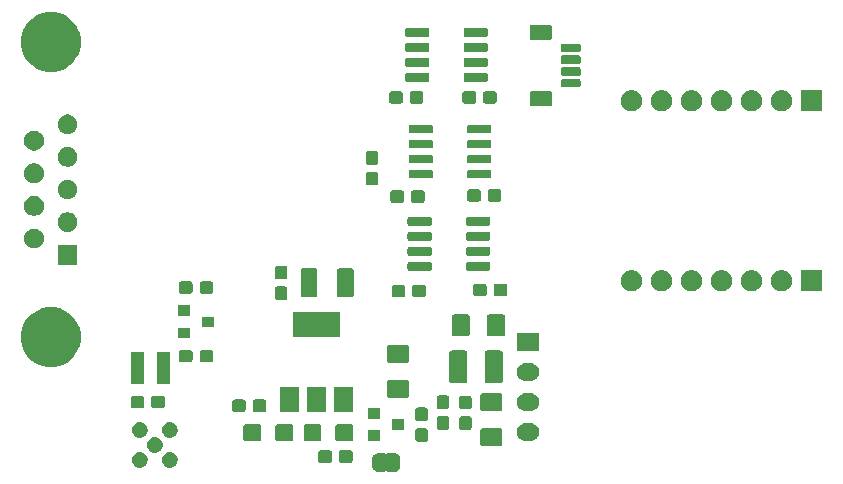
<source format=gts>
G04 #@! TF.GenerationSoftware,KiCad,Pcbnew,(5.1.5-0)*
G04 #@! TF.CreationDate,2022-06-25T14:07:13-06:00*
G04 #@! TF.ProjectId,DAC_pockel,4441435f-706f-4636-9b65-6c2e6b696361,rev?*
G04 #@! TF.SameCoordinates,Original*
G04 #@! TF.FileFunction,Soldermask,Top*
G04 #@! TF.FilePolarity,Negative*
%FSLAX46Y46*%
G04 Gerber Fmt 4.6, Leading zero omitted, Abs format (unit mm)*
G04 Created by KiCad (PCBNEW (5.1.5-0)) date 2022-06-25 14:07:13*
%MOMM*%
%LPD*%
G04 APERTURE LIST*
%ADD10C,0.100000*%
G04 APERTURE END LIST*
D10*
G36*
X125859999Y-90799737D02*
G01*
X125869608Y-90802652D01*
X125878472Y-90807390D01*
X125886237Y-90813763D01*
X125896448Y-90826206D01*
X125903378Y-90836575D01*
X125920705Y-90853902D01*
X125941080Y-90867515D01*
X125963720Y-90876891D01*
X125987753Y-90881671D01*
X126012257Y-90881670D01*
X126036290Y-90876888D01*
X126058929Y-90867510D01*
X126079302Y-90853895D01*
X126096629Y-90836568D01*
X126103558Y-90826198D01*
X126113763Y-90813763D01*
X126121528Y-90807390D01*
X126130392Y-90802652D01*
X126140001Y-90799737D01*
X126156140Y-90798148D01*
X126643861Y-90798148D01*
X126662199Y-90799954D01*
X126674450Y-90800556D01*
X126692869Y-90800556D01*
X126715149Y-90802750D01*
X126799233Y-90819476D01*
X126820660Y-90825976D01*
X126899858Y-90858780D01*
X126905303Y-90861691D01*
X126905309Y-90861693D01*
X126914169Y-90866429D01*
X126914173Y-90866432D01*
X126919614Y-90869340D01*
X126990899Y-90916971D01*
X127008204Y-90931172D01*
X127068828Y-90991796D01*
X127083029Y-91009101D01*
X127130660Y-91080386D01*
X127133568Y-91085827D01*
X127133571Y-91085831D01*
X127138307Y-91094691D01*
X127138309Y-91094697D01*
X127141220Y-91100142D01*
X127174024Y-91179340D01*
X127180524Y-91200767D01*
X127197250Y-91284851D01*
X127199444Y-91307131D01*
X127199444Y-91325550D01*
X127200046Y-91337801D01*
X127201852Y-91356139D01*
X127201852Y-91843862D01*
X127200046Y-91862199D01*
X127199444Y-91874450D01*
X127199444Y-91892869D01*
X127197250Y-91915149D01*
X127180524Y-91999233D01*
X127174024Y-92020660D01*
X127141220Y-92099858D01*
X127138309Y-92105303D01*
X127138307Y-92105309D01*
X127133571Y-92114169D01*
X127133568Y-92114173D01*
X127130660Y-92119614D01*
X127083029Y-92190899D01*
X127068828Y-92208204D01*
X127008204Y-92268828D01*
X126990899Y-92283029D01*
X126919614Y-92330660D01*
X126914173Y-92333568D01*
X126914169Y-92333571D01*
X126905309Y-92338307D01*
X126905303Y-92338309D01*
X126899858Y-92341220D01*
X126820660Y-92374024D01*
X126799233Y-92380524D01*
X126715149Y-92397250D01*
X126692869Y-92399444D01*
X126674450Y-92399444D01*
X126662199Y-92400046D01*
X126643862Y-92401852D01*
X126156140Y-92401852D01*
X126140001Y-92400263D01*
X126130392Y-92397348D01*
X126121528Y-92392610D01*
X126113763Y-92386237D01*
X126103552Y-92373794D01*
X126096622Y-92363425D01*
X126079295Y-92346098D01*
X126058920Y-92332485D01*
X126036280Y-92323109D01*
X126012247Y-92318329D01*
X125987743Y-92318330D01*
X125963710Y-92323112D01*
X125941071Y-92332490D01*
X125920698Y-92346105D01*
X125903371Y-92363432D01*
X125896442Y-92373802D01*
X125886237Y-92386237D01*
X125878472Y-92392610D01*
X125869608Y-92397348D01*
X125859999Y-92400263D01*
X125843860Y-92401852D01*
X125356138Y-92401852D01*
X125337801Y-92400046D01*
X125325550Y-92399444D01*
X125307131Y-92399444D01*
X125284851Y-92397250D01*
X125200767Y-92380524D01*
X125179340Y-92374024D01*
X125100142Y-92341220D01*
X125094697Y-92338309D01*
X125094691Y-92338307D01*
X125085831Y-92333571D01*
X125085827Y-92333568D01*
X125080386Y-92330660D01*
X125009101Y-92283029D01*
X124991796Y-92268828D01*
X124931172Y-92208204D01*
X124916971Y-92190899D01*
X124869340Y-92119614D01*
X124866432Y-92114173D01*
X124866429Y-92114169D01*
X124861693Y-92105309D01*
X124861691Y-92105303D01*
X124858780Y-92099858D01*
X124825976Y-92020660D01*
X124819476Y-91999233D01*
X124802750Y-91915149D01*
X124800556Y-91892869D01*
X124800556Y-91874450D01*
X124799954Y-91862199D01*
X124798148Y-91843862D01*
X124798148Y-91356139D01*
X124799954Y-91337801D01*
X124800556Y-91325550D01*
X124800556Y-91307131D01*
X124802750Y-91284851D01*
X124819476Y-91200767D01*
X124825976Y-91179340D01*
X124858780Y-91100142D01*
X124861691Y-91094697D01*
X124861693Y-91094691D01*
X124866429Y-91085831D01*
X124866432Y-91085827D01*
X124869340Y-91080386D01*
X124916971Y-91009101D01*
X124931172Y-90991796D01*
X124991796Y-90931172D01*
X125009101Y-90916971D01*
X125080386Y-90869340D01*
X125085827Y-90866432D01*
X125085831Y-90866429D01*
X125094691Y-90861693D01*
X125094697Y-90861691D01*
X125100142Y-90858780D01*
X125179340Y-90825976D01*
X125200767Y-90819476D01*
X125284851Y-90802750D01*
X125307131Y-90800556D01*
X125325550Y-90800556D01*
X125337801Y-90799954D01*
X125356139Y-90798148D01*
X125843860Y-90798148D01*
X125859999Y-90799737D01*
G37*
G36*
X107779300Y-90707595D02*
G01*
X107865724Y-90724786D01*
X107987838Y-90775367D01*
X108097738Y-90848800D01*
X108191200Y-90942262D01*
X108264633Y-91052162D01*
X108315214Y-91174276D01*
X108341000Y-91303912D01*
X108341000Y-91436088D01*
X108315214Y-91565724D01*
X108264633Y-91687838D01*
X108191200Y-91797738D01*
X108097738Y-91891200D01*
X107987838Y-91964633D01*
X107865724Y-92015214D01*
X107779300Y-92032405D01*
X107736089Y-92041000D01*
X107603911Y-92041000D01*
X107560700Y-92032405D01*
X107474276Y-92015214D01*
X107352162Y-91964633D01*
X107242262Y-91891200D01*
X107148800Y-91797738D01*
X107075367Y-91687838D01*
X107024786Y-91565724D01*
X106999000Y-91436088D01*
X106999000Y-91303912D01*
X107024786Y-91174276D01*
X107075367Y-91052162D01*
X107148800Y-90942262D01*
X107242262Y-90848800D01*
X107352162Y-90775367D01*
X107474276Y-90724786D01*
X107560700Y-90707595D01*
X107603911Y-90699000D01*
X107736089Y-90699000D01*
X107779300Y-90707595D01*
G37*
G36*
X105239300Y-90707595D02*
G01*
X105325724Y-90724786D01*
X105447838Y-90775367D01*
X105557738Y-90848800D01*
X105651200Y-90942262D01*
X105724633Y-91052162D01*
X105775214Y-91174276D01*
X105801000Y-91303912D01*
X105801000Y-91436088D01*
X105775214Y-91565724D01*
X105724633Y-91687838D01*
X105651200Y-91797738D01*
X105557738Y-91891200D01*
X105447838Y-91964633D01*
X105325724Y-92015214D01*
X105239300Y-92032405D01*
X105196089Y-92041000D01*
X105063911Y-92041000D01*
X105020700Y-92032405D01*
X104934276Y-92015214D01*
X104812162Y-91964633D01*
X104702262Y-91891200D01*
X104608800Y-91797738D01*
X104535367Y-91687838D01*
X104484786Y-91565724D01*
X104459000Y-91436088D01*
X104459000Y-91303912D01*
X104484786Y-91174276D01*
X104535367Y-91052162D01*
X104608800Y-90942262D01*
X104702262Y-90848800D01*
X104812162Y-90775367D01*
X104934276Y-90724786D01*
X105020700Y-90707595D01*
X105063911Y-90699000D01*
X105196089Y-90699000D01*
X105239300Y-90707595D01*
G37*
G36*
X122989499Y-90578445D02*
G01*
X123026995Y-90589820D01*
X123061554Y-90608292D01*
X123091847Y-90633153D01*
X123116708Y-90663446D01*
X123135180Y-90698005D01*
X123146555Y-90735501D01*
X123151000Y-90780638D01*
X123151000Y-91419362D01*
X123146555Y-91464499D01*
X123135180Y-91501995D01*
X123116708Y-91536554D01*
X123091847Y-91566847D01*
X123061554Y-91591708D01*
X123026995Y-91610180D01*
X122989499Y-91621555D01*
X122944362Y-91626000D01*
X122205638Y-91626000D01*
X122160501Y-91621555D01*
X122123005Y-91610180D01*
X122088446Y-91591708D01*
X122058153Y-91566847D01*
X122033292Y-91536554D01*
X122014820Y-91501995D01*
X122003445Y-91464499D01*
X121999000Y-91419362D01*
X121999000Y-90780638D01*
X122003445Y-90735501D01*
X122014820Y-90698005D01*
X122033292Y-90663446D01*
X122058153Y-90633153D01*
X122088446Y-90608292D01*
X122123005Y-90589820D01*
X122160501Y-90578445D01*
X122205638Y-90574000D01*
X122944362Y-90574000D01*
X122989499Y-90578445D01*
G37*
G36*
X121239499Y-90578445D02*
G01*
X121276995Y-90589820D01*
X121311554Y-90608292D01*
X121341847Y-90633153D01*
X121366708Y-90663446D01*
X121385180Y-90698005D01*
X121396555Y-90735501D01*
X121401000Y-90780638D01*
X121401000Y-91419362D01*
X121396555Y-91464499D01*
X121385180Y-91501995D01*
X121366708Y-91536554D01*
X121341847Y-91566847D01*
X121311554Y-91591708D01*
X121276995Y-91610180D01*
X121239499Y-91621555D01*
X121194362Y-91626000D01*
X120455638Y-91626000D01*
X120410501Y-91621555D01*
X120373005Y-91610180D01*
X120338446Y-91591708D01*
X120308153Y-91566847D01*
X120283292Y-91536554D01*
X120264820Y-91501995D01*
X120253445Y-91464499D01*
X120249000Y-91419362D01*
X120249000Y-90780638D01*
X120253445Y-90735501D01*
X120264820Y-90698005D01*
X120283292Y-90663446D01*
X120308153Y-90633153D01*
X120338446Y-90608292D01*
X120373005Y-90589820D01*
X120410501Y-90578445D01*
X120455638Y-90574000D01*
X121194362Y-90574000D01*
X121239499Y-90578445D01*
G37*
G36*
X106509300Y-89437595D02*
G01*
X106595724Y-89454786D01*
X106717838Y-89505367D01*
X106827738Y-89578800D01*
X106921200Y-89672262D01*
X106994633Y-89782162D01*
X107045214Y-89904276D01*
X107045214Y-89904278D01*
X107071000Y-90033911D01*
X107071000Y-90166089D01*
X107063091Y-90205852D01*
X107045214Y-90295724D01*
X106994633Y-90417838D01*
X106921200Y-90527738D01*
X106827738Y-90621200D01*
X106717838Y-90694633D01*
X106595724Y-90745214D01*
X106509300Y-90762405D01*
X106466089Y-90771000D01*
X106333911Y-90771000D01*
X106290700Y-90762405D01*
X106204276Y-90745214D01*
X106082162Y-90694633D01*
X105972262Y-90621200D01*
X105878800Y-90527738D01*
X105805367Y-90417838D01*
X105754786Y-90295724D01*
X105736909Y-90205852D01*
X105729000Y-90166089D01*
X105729000Y-90033911D01*
X105754786Y-89904278D01*
X105754786Y-89904276D01*
X105805367Y-89782162D01*
X105878800Y-89672262D01*
X105972262Y-89578800D01*
X106082162Y-89505367D01*
X106204276Y-89454786D01*
X106290700Y-89437595D01*
X106333911Y-89429000D01*
X106466089Y-89429000D01*
X106509300Y-89437595D01*
G37*
G36*
X135675562Y-88728181D02*
G01*
X135710481Y-88738774D01*
X135742663Y-88755976D01*
X135770873Y-88779127D01*
X135794024Y-88807337D01*
X135811226Y-88839519D01*
X135821819Y-88874438D01*
X135826000Y-88916895D01*
X135826000Y-90058105D01*
X135821819Y-90100562D01*
X135811226Y-90135481D01*
X135794024Y-90167663D01*
X135770873Y-90195873D01*
X135742663Y-90219024D01*
X135710481Y-90236226D01*
X135675562Y-90246819D01*
X135633105Y-90251000D01*
X134166895Y-90251000D01*
X134124438Y-90246819D01*
X134089519Y-90236226D01*
X134057337Y-90219024D01*
X134029127Y-90195873D01*
X134005976Y-90167663D01*
X133988774Y-90135481D01*
X133978181Y-90100562D01*
X133974000Y-90058105D01*
X133974000Y-88916895D01*
X133978181Y-88874438D01*
X133988774Y-88839519D01*
X134005976Y-88807337D01*
X134029127Y-88779127D01*
X134057337Y-88755976D01*
X134089519Y-88738774D01*
X134124438Y-88728181D01*
X134166895Y-88724000D01*
X135633105Y-88724000D01*
X135675562Y-88728181D01*
G37*
G36*
X129364499Y-88703445D02*
G01*
X129401995Y-88714820D01*
X129436554Y-88733292D01*
X129466847Y-88758153D01*
X129491708Y-88788446D01*
X129510180Y-88823005D01*
X129521555Y-88860501D01*
X129526000Y-88905638D01*
X129526000Y-89644362D01*
X129521555Y-89689499D01*
X129510180Y-89726995D01*
X129491708Y-89761554D01*
X129466847Y-89791847D01*
X129436554Y-89816708D01*
X129401995Y-89835180D01*
X129364499Y-89846555D01*
X129319362Y-89851000D01*
X128680638Y-89851000D01*
X128635501Y-89846555D01*
X128598005Y-89835180D01*
X128563446Y-89816708D01*
X128533153Y-89791847D01*
X128508292Y-89761554D01*
X128489820Y-89726995D01*
X128478445Y-89689499D01*
X128474000Y-89644362D01*
X128474000Y-88905638D01*
X128478445Y-88860501D01*
X128489820Y-88823005D01*
X128508292Y-88788446D01*
X128533153Y-88758153D01*
X128563446Y-88733292D01*
X128598005Y-88714820D01*
X128635501Y-88703445D01*
X128680638Y-88699000D01*
X129319362Y-88699000D01*
X129364499Y-88703445D01*
G37*
G36*
X115247798Y-88378247D02*
G01*
X115283367Y-88389037D01*
X115316139Y-88406554D01*
X115344869Y-88430131D01*
X115368446Y-88458861D01*
X115385963Y-88491633D01*
X115396753Y-88527202D01*
X115401000Y-88570325D01*
X115401000Y-89629675D01*
X115396753Y-89672798D01*
X115385963Y-89708367D01*
X115368446Y-89741139D01*
X115344869Y-89769869D01*
X115316139Y-89793446D01*
X115283367Y-89810963D01*
X115247798Y-89821753D01*
X115204675Y-89826000D01*
X114095325Y-89826000D01*
X114052202Y-89821753D01*
X114016633Y-89810963D01*
X113983861Y-89793446D01*
X113955131Y-89769869D01*
X113931554Y-89741139D01*
X113914037Y-89708367D01*
X113903247Y-89672798D01*
X113899000Y-89629675D01*
X113899000Y-88570325D01*
X113903247Y-88527202D01*
X113914037Y-88491633D01*
X113931554Y-88458861D01*
X113955131Y-88430131D01*
X113983861Y-88406554D01*
X114016633Y-88389037D01*
X114052202Y-88378247D01*
X114095325Y-88374000D01*
X115204675Y-88374000D01*
X115247798Y-88378247D01*
G37*
G36*
X117947798Y-88378247D02*
G01*
X117983367Y-88389037D01*
X118016139Y-88406554D01*
X118044869Y-88430131D01*
X118068446Y-88458861D01*
X118085963Y-88491633D01*
X118096753Y-88527202D01*
X118101000Y-88570325D01*
X118101000Y-89629675D01*
X118096753Y-89672798D01*
X118085963Y-89708367D01*
X118068446Y-89741139D01*
X118044869Y-89769869D01*
X118016139Y-89793446D01*
X117983367Y-89810963D01*
X117947798Y-89821753D01*
X117904675Y-89826000D01*
X116795325Y-89826000D01*
X116752202Y-89821753D01*
X116716633Y-89810963D01*
X116683861Y-89793446D01*
X116655131Y-89769869D01*
X116631554Y-89741139D01*
X116614037Y-89708367D01*
X116603247Y-89672798D01*
X116599000Y-89629675D01*
X116599000Y-88570325D01*
X116603247Y-88527202D01*
X116614037Y-88491633D01*
X116631554Y-88458861D01*
X116655131Y-88430131D01*
X116683861Y-88406554D01*
X116716633Y-88389037D01*
X116752202Y-88378247D01*
X116795325Y-88374000D01*
X117904675Y-88374000D01*
X117947798Y-88378247D01*
G37*
G36*
X120347798Y-88378247D02*
G01*
X120383367Y-88389037D01*
X120416139Y-88406554D01*
X120444869Y-88430131D01*
X120468446Y-88458861D01*
X120485963Y-88491633D01*
X120496753Y-88527202D01*
X120501000Y-88570325D01*
X120501000Y-89629675D01*
X120496753Y-89672798D01*
X120485963Y-89708367D01*
X120468446Y-89741139D01*
X120444869Y-89769869D01*
X120416139Y-89793446D01*
X120383367Y-89810963D01*
X120347798Y-89821753D01*
X120304675Y-89826000D01*
X119195325Y-89826000D01*
X119152202Y-89821753D01*
X119116633Y-89810963D01*
X119083861Y-89793446D01*
X119055131Y-89769869D01*
X119031554Y-89741139D01*
X119014037Y-89708367D01*
X119003247Y-89672798D01*
X118999000Y-89629675D01*
X118999000Y-88570325D01*
X119003247Y-88527202D01*
X119014037Y-88491633D01*
X119031554Y-88458861D01*
X119055131Y-88430131D01*
X119083861Y-88406554D01*
X119116633Y-88389037D01*
X119152202Y-88378247D01*
X119195325Y-88374000D01*
X120304675Y-88374000D01*
X120347798Y-88378247D01*
G37*
G36*
X123047798Y-88378247D02*
G01*
X123083367Y-88389037D01*
X123116139Y-88406554D01*
X123144869Y-88430131D01*
X123168446Y-88458861D01*
X123185963Y-88491633D01*
X123196753Y-88527202D01*
X123201000Y-88570325D01*
X123201000Y-89629675D01*
X123196753Y-89672798D01*
X123185963Y-89708367D01*
X123168446Y-89741139D01*
X123144869Y-89769869D01*
X123116139Y-89793446D01*
X123083367Y-89810963D01*
X123047798Y-89821753D01*
X123004675Y-89826000D01*
X121895325Y-89826000D01*
X121852202Y-89821753D01*
X121816633Y-89810963D01*
X121783861Y-89793446D01*
X121755131Y-89769869D01*
X121731554Y-89741139D01*
X121714037Y-89708367D01*
X121703247Y-89672798D01*
X121699000Y-89629675D01*
X121699000Y-88570325D01*
X121703247Y-88527202D01*
X121714037Y-88491633D01*
X121731554Y-88458861D01*
X121755131Y-88430131D01*
X121783861Y-88406554D01*
X121816633Y-88389037D01*
X121852202Y-88378247D01*
X121895325Y-88374000D01*
X123004675Y-88374000D01*
X123047798Y-88378247D01*
G37*
G36*
X125501000Y-89801000D02*
G01*
X124499000Y-89801000D01*
X124499000Y-88899000D01*
X125501000Y-88899000D01*
X125501000Y-89801000D01*
G37*
G36*
X138273665Y-88272622D02*
G01*
X138347222Y-88279867D01*
X138488786Y-88322810D01*
X138619252Y-88392546D01*
X138649040Y-88416992D01*
X138733607Y-88486393D01*
X138796475Y-88563000D01*
X138827454Y-88600748D01*
X138897190Y-88731214D01*
X138940133Y-88872778D01*
X138954633Y-89020000D01*
X138940133Y-89167222D01*
X138912677Y-89257732D01*
X138897189Y-89308788D01*
X138862322Y-89374019D01*
X138827454Y-89439252D01*
X138803008Y-89469040D01*
X138733607Y-89553607D01*
X138665415Y-89609569D01*
X138619252Y-89647454D01*
X138488786Y-89717190D01*
X138347222Y-89760133D01*
X138273665Y-89767378D01*
X138236888Y-89771000D01*
X137763112Y-89771000D01*
X137726335Y-89767378D01*
X137652778Y-89760133D01*
X137511214Y-89717190D01*
X137380748Y-89647454D01*
X137334585Y-89609569D01*
X137266393Y-89553607D01*
X137196992Y-89469040D01*
X137172546Y-89439252D01*
X137137678Y-89374019D01*
X137102811Y-89308788D01*
X137087323Y-89257732D01*
X137059867Y-89167222D01*
X137045367Y-89020000D01*
X137059867Y-88872778D01*
X137102810Y-88731214D01*
X137172546Y-88600748D01*
X137203525Y-88563000D01*
X137266393Y-88486393D01*
X137350960Y-88416992D01*
X137380748Y-88392546D01*
X137511214Y-88322810D01*
X137652778Y-88279867D01*
X137726335Y-88272622D01*
X137763112Y-88269000D01*
X138236888Y-88269000D01*
X138273665Y-88272622D01*
G37*
G36*
X105239300Y-88167595D02*
G01*
X105325724Y-88184786D01*
X105447838Y-88235367D01*
X105557738Y-88308800D01*
X105651200Y-88402262D01*
X105724633Y-88512162D01*
X105775214Y-88634276D01*
X105786029Y-88688646D01*
X105801000Y-88763911D01*
X105801000Y-88896089D01*
X105798095Y-88910691D01*
X105775214Y-89025724D01*
X105724633Y-89147838D01*
X105651200Y-89257738D01*
X105557738Y-89351200D01*
X105447838Y-89424633D01*
X105325724Y-89475214D01*
X105239300Y-89492405D01*
X105196089Y-89501000D01*
X105063911Y-89501000D01*
X105020700Y-89492405D01*
X104934276Y-89475214D01*
X104812162Y-89424633D01*
X104702262Y-89351200D01*
X104608800Y-89257738D01*
X104535367Y-89147838D01*
X104484786Y-89025724D01*
X104461905Y-88910691D01*
X104459000Y-88896089D01*
X104459000Y-88763911D01*
X104473971Y-88688646D01*
X104484786Y-88634276D01*
X104535367Y-88512162D01*
X104608800Y-88402262D01*
X104702262Y-88308800D01*
X104812162Y-88235367D01*
X104934276Y-88184786D01*
X105020700Y-88167595D01*
X105063911Y-88159000D01*
X105196089Y-88159000D01*
X105239300Y-88167595D01*
G37*
G36*
X107779300Y-88167595D02*
G01*
X107865724Y-88184786D01*
X107987838Y-88235367D01*
X108097738Y-88308800D01*
X108191200Y-88402262D01*
X108264633Y-88512162D01*
X108315214Y-88634276D01*
X108326029Y-88688646D01*
X108341000Y-88763911D01*
X108341000Y-88896089D01*
X108338095Y-88910691D01*
X108315214Y-89025724D01*
X108264633Y-89147838D01*
X108191200Y-89257738D01*
X108097738Y-89351200D01*
X107987838Y-89424633D01*
X107865724Y-89475214D01*
X107779300Y-89492405D01*
X107736089Y-89501000D01*
X107603911Y-89501000D01*
X107560700Y-89492405D01*
X107474276Y-89475214D01*
X107352162Y-89424633D01*
X107242262Y-89351200D01*
X107148800Y-89257738D01*
X107075367Y-89147838D01*
X107024786Y-89025724D01*
X107001905Y-88910691D01*
X106999000Y-88896089D01*
X106999000Y-88763911D01*
X107013971Y-88688646D01*
X107024786Y-88634276D01*
X107075367Y-88512162D01*
X107148800Y-88402262D01*
X107242262Y-88308800D01*
X107352162Y-88235367D01*
X107474276Y-88184786D01*
X107560700Y-88167595D01*
X107603911Y-88159000D01*
X107736089Y-88159000D01*
X107779300Y-88167595D01*
G37*
G36*
X127501000Y-88851000D02*
G01*
X126499000Y-88851000D01*
X126499000Y-87949000D01*
X127501000Y-87949000D01*
X127501000Y-88851000D01*
G37*
G36*
X133064499Y-87703445D02*
G01*
X133101995Y-87714820D01*
X133136554Y-87733292D01*
X133166847Y-87758153D01*
X133191708Y-87788446D01*
X133210180Y-87823005D01*
X133221555Y-87860501D01*
X133226000Y-87905638D01*
X133226000Y-88644362D01*
X133221555Y-88689499D01*
X133210180Y-88726995D01*
X133191708Y-88761554D01*
X133166847Y-88791847D01*
X133136554Y-88816708D01*
X133101995Y-88835180D01*
X133064499Y-88846555D01*
X133019362Y-88851000D01*
X132380638Y-88851000D01*
X132335501Y-88846555D01*
X132298005Y-88835180D01*
X132263446Y-88816708D01*
X132233153Y-88791847D01*
X132208292Y-88761554D01*
X132189820Y-88726995D01*
X132178445Y-88689499D01*
X132174000Y-88644362D01*
X132174000Y-87905638D01*
X132178445Y-87860501D01*
X132189820Y-87823005D01*
X132208292Y-87788446D01*
X132233153Y-87758153D01*
X132263446Y-87733292D01*
X132298005Y-87714820D01*
X132335501Y-87703445D01*
X132380638Y-87699000D01*
X133019362Y-87699000D01*
X133064499Y-87703445D01*
G37*
G36*
X131164499Y-87678445D02*
G01*
X131201995Y-87689820D01*
X131236554Y-87708292D01*
X131266847Y-87733153D01*
X131291708Y-87763446D01*
X131310180Y-87798005D01*
X131321555Y-87835501D01*
X131326000Y-87880638D01*
X131326000Y-88619362D01*
X131321555Y-88664499D01*
X131310180Y-88701995D01*
X131291708Y-88736554D01*
X131266847Y-88766847D01*
X131236554Y-88791708D01*
X131201995Y-88810180D01*
X131164499Y-88821555D01*
X131119362Y-88826000D01*
X130480638Y-88826000D01*
X130435501Y-88821555D01*
X130398005Y-88810180D01*
X130363446Y-88791708D01*
X130333153Y-88766847D01*
X130308292Y-88736554D01*
X130289820Y-88701995D01*
X130278445Y-88664499D01*
X130274000Y-88619362D01*
X130274000Y-87880638D01*
X130278445Y-87835501D01*
X130289820Y-87798005D01*
X130308292Y-87763446D01*
X130333153Y-87733153D01*
X130363446Y-87708292D01*
X130398005Y-87689820D01*
X130435501Y-87678445D01*
X130480638Y-87674000D01*
X131119362Y-87674000D01*
X131164499Y-87678445D01*
G37*
G36*
X129364499Y-86953445D02*
G01*
X129401995Y-86964820D01*
X129436554Y-86983292D01*
X129466847Y-87008153D01*
X129491708Y-87038446D01*
X129510180Y-87073005D01*
X129521555Y-87110501D01*
X129526000Y-87155638D01*
X129526000Y-87894362D01*
X129521555Y-87939499D01*
X129510180Y-87976995D01*
X129491708Y-88011554D01*
X129466847Y-88041847D01*
X129436554Y-88066708D01*
X129401995Y-88085180D01*
X129364499Y-88096555D01*
X129319362Y-88101000D01*
X128680638Y-88101000D01*
X128635501Y-88096555D01*
X128598005Y-88085180D01*
X128563446Y-88066708D01*
X128533153Y-88041847D01*
X128508292Y-88011554D01*
X128489820Y-87976995D01*
X128478445Y-87939499D01*
X128474000Y-87894362D01*
X128474000Y-87155638D01*
X128478445Y-87110501D01*
X128489820Y-87073005D01*
X128508292Y-87038446D01*
X128533153Y-87008153D01*
X128563446Y-86983292D01*
X128598005Y-86964820D01*
X128635501Y-86953445D01*
X128680638Y-86949000D01*
X129319362Y-86949000D01*
X129364499Y-86953445D01*
G37*
G36*
X125501000Y-87901000D02*
G01*
X124499000Y-87901000D01*
X124499000Y-86999000D01*
X125501000Y-86999000D01*
X125501000Y-87901000D01*
G37*
G36*
X115689499Y-86278445D02*
G01*
X115726995Y-86289820D01*
X115761554Y-86308292D01*
X115791847Y-86333153D01*
X115816708Y-86363446D01*
X115835180Y-86398005D01*
X115846555Y-86435501D01*
X115851000Y-86480638D01*
X115851000Y-87119362D01*
X115846555Y-87164499D01*
X115835180Y-87201995D01*
X115816708Y-87236554D01*
X115791847Y-87266847D01*
X115761554Y-87291708D01*
X115726995Y-87310180D01*
X115689499Y-87321555D01*
X115644362Y-87326000D01*
X114905638Y-87326000D01*
X114860501Y-87321555D01*
X114823005Y-87310180D01*
X114788446Y-87291708D01*
X114758153Y-87266847D01*
X114733292Y-87236554D01*
X114714820Y-87201995D01*
X114703445Y-87164499D01*
X114699000Y-87119362D01*
X114699000Y-86480638D01*
X114703445Y-86435501D01*
X114714820Y-86398005D01*
X114733292Y-86363446D01*
X114758153Y-86333153D01*
X114788446Y-86308292D01*
X114823005Y-86289820D01*
X114860501Y-86278445D01*
X114905638Y-86274000D01*
X115644362Y-86274000D01*
X115689499Y-86278445D01*
G37*
G36*
X113939499Y-86278445D02*
G01*
X113976995Y-86289820D01*
X114011554Y-86308292D01*
X114041847Y-86333153D01*
X114066708Y-86363446D01*
X114085180Y-86398005D01*
X114096555Y-86435501D01*
X114101000Y-86480638D01*
X114101000Y-87119362D01*
X114096555Y-87164499D01*
X114085180Y-87201995D01*
X114066708Y-87236554D01*
X114041847Y-87266847D01*
X114011554Y-87291708D01*
X113976995Y-87310180D01*
X113939499Y-87321555D01*
X113894362Y-87326000D01*
X113155638Y-87326000D01*
X113110501Y-87321555D01*
X113073005Y-87310180D01*
X113038446Y-87291708D01*
X113008153Y-87266847D01*
X112983292Y-87236554D01*
X112964820Y-87201995D01*
X112953445Y-87164499D01*
X112949000Y-87119362D01*
X112949000Y-86480638D01*
X112953445Y-86435501D01*
X112964820Y-86398005D01*
X112983292Y-86363446D01*
X113008153Y-86333153D01*
X113038446Y-86308292D01*
X113073005Y-86289820D01*
X113110501Y-86278445D01*
X113155638Y-86274000D01*
X113894362Y-86274000D01*
X113939499Y-86278445D01*
G37*
G36*
X118601000Y-87301000D02*
G01*
X116999000Y-87301000D01*
X116999000Y-85199000D01*
X118601000Y-85199000D01*
X118601000Y-87301000D01*
G37*
G36*
X123201000Y-87301000D02*
G01*
X121599000Y-87301000D01*
X121599000Y-85199000D01*
X123201000Y-85199000D01*
X123201000Y-87301000D01*
G37*
G36*
X120901000Y-87301000D02*
G01*
X119299000Y-87301000D01*
X119299000Y-85199000D01*
X120901000Y-85199000D01*
X120901000Y-87301000D01*
G37*
G36*
X135675562Y-85753181D02*
G01*
X135710481Y-85763774D01*
X135742663Y-85780976D01*
X135770873Y-85804127D01*
X135794024Y-85832337D01*
X135811226Y-85864519D01*
X135821819Y-85899438D01*
X135826000Y-85941895D01*
X135826000Y-87083105D01*
X135821819Y-87125562D01*
X135811226Y-87160481D01*
X135794024Y-87192663D01*
X135770873Y-87220873D01*
X135742663Y-87244024D01*
X135710481Y-87261226D01*
X135675562Y-87271819D01*
X135633105Y-87276000D01*
X134166895Y-87276000D01*
X134124438Y-87271819D01*
X134089519Y-87261226D01*
X134057337Y-87244024D01*
X134029127Y-87220873D01*
X134005976Y-87192663D01*
X133988774Y-87160481D01*
X133978181Y-87125562D01*
X133974000Y-87083105D01*
X133974000Y-85941895D01*
X133978181Y-85899438D01*
X133988774Y-85864519D01*
X134005976Y-85832337D01*
X134029127Y-85804127D01*
X134057337Y-85780976D01*
X134089519Y-85763774D01*
X134124438Y-85753181D01*
X134166895Y-85749000D01*
X135633105Y-85749000D01*
X135675562Y-85753181D01*
G37*
G36*
X138273665Y-85732622D02*
G01*
X138347222Y-85739867D01*
X138488786Y-85782810D01*
X138619252Y-85852546D01*
X138633841Y-85864519D01*
X138733607Y-85946393D01*
X138803008Y-86030960D01*
X138827454Y-86060748D01*
X138897190Y-86191214D01*
X138940133Y-86332778D01*
X138954633Y-86480000D01*
X138940133Y-86627222D01*
X138897190Y-86768786D01*
X138827454Y-86899252D01*
X138815641Y-86913646D01*
X138733607Y-87013607D01*
X138657579Y-87076000D01*
X138619252Y-87107454D01*
X138488786Y-87177190D01*
X138347222Y-87220133D01*
X138273665Y-87227378D01*
X138236888Y-87231000D01*
X137763112Y-87231000D01*
X137726335Y-87227378D01*
X137652778Y-87220133D01*
X137511214Y-87177190D01*
X137380748Y-87107454D01*
X137342421Y-87076000D01*
X137266393Y-87013607D01*
X137184359Y-86913646D01*
X137172546Y-86899252D01*
X137102810Y-86768786D01*
X137059867Y-86627222D01*
X137045367Y-86480000D01*
X137059867Y-86332778D01*
X137102810Y-86191214D01*
X137172546Y-86060748D01*
X137196992Y-86030960D01*
X137266393Y-85946393D01*
X137366159Y-85864519D01*
X137380748Y-85852546D01*
X137511214Y-85782810D01*
X137652778Y-85739867D01*
X137726335Y-85732622D01*
X137763112Y-85729000D01*
X138236888Y-85729000D01*
X138273665Y-85732622D01*
G37*
G36*
X133064499Y-85953445D02*
G01*
X133101995Y-85964820D01*
X133136554Y-85983292D01*
X133166847Y-86008153D01*
X133191708Y-86038446D01*
X133210180Y-86073005D01*
X133221555Y-86110501D01*
X133226000Y-86155638D01*
X133226000Y-86894362D01*
X133221555Y-86939499D01*
X133210180Y-86976995D01*
X133191708Y-87011554D01*
X133166847Y-87041847D01*
X133136554Y-87066708D01*
X133101995Y-87085180D01*
X133064499Y-87096555D01*
X133019362Y-87101000D01*
X132380638Y-87101000D01*
X132335501Y-87096555D01*
X132298005Y-87085180D01*
X132263446Y-87066708D01*
X132233153Y-87041847D01*
X132208292Y-87011554D01*
X132189820Y-86976995D01*
X132178445Y-86939499D01*
X132174000Y-86894362D01*
X132174000Y-86155638D01*
X132178445Y-86110501D01*
X132189820Y-86073005D01*
X132208292Y-86038446D01*
X132233153Y-86008153D01*
X132263446Y-85983292D01*
X132298005Y-85964820D01*
X132335501Y-85953445D01*
X132380638Y-85949000D01*
X133019362Y-85949000D01*
X133064499Y-85953445D01*
G37*
G36*
X131164499Y-85928445D02*
G01*
X131201995Y-85939820D01*
X131236554Y-85958292D01*
X131266847Y-85983153D01*
X131291708Y-86013446D01*
X131310180Y-86048005D01*
X131321555Y-86085501D01*
X131326000Y-86130638D01*
X131326000Y-86869362D01*
X131321555Y-86914499D01*
X131310180Y-86951995D01*
X131291708Y-86986554D01*
X131266847Y-87016847D01*
X131236554Y-87041708D01*
X131201995Y-87060180D01*
X131164499Y-87071555D01*
X131119362Y-87076000D01*
X130480638Y-87076000D01*
X130435501Y-87071555D01*
X130398005Y-87060180D01*
X130363446Y-87041708D01*
X130333153Y-87016847D01*
X130308292Y-86986554D01*
X130289820Y-86951995D01*
X130278445Y-86914499D01*
X130274000Y-86869362D01*
X130274000Y-86130638D01*
X130278445Y-86085501D01*
X130289820Y-86048005D01*
X130308292Y-86013446D01*
X130333153Y-85983153D01*
X130363446Y-85958292D01*
X130398005Y-85939820D01*
X130435501Y-85928445D01*
X130480638Y-85924000D01*
X131119362Y-85924000D01*
X131164499Y-85928445D01*
G37*
G36*
X105339499Y-85978445D02*
G01*
X105376995Y-85989820D01*
X105411554Y-86008292D01*
X105441847Y-86033153D01*
X105466708Y-86063446D01*
X105485180Y-86098005D01*
X105496555Y-86135501D01*
X105501000Y-86180638D01*
X105501000Y-86819362D01*
X105496555Y-86864499D01*
X105485180Y-86901995D01*
X105466708Y-86936554D01*
X105441847Y-86966847D01*
X105411554Y-86991708D01*
X105376995Y-87010180D01*
X105339499Y-87021555D01*
X105294362Y-87026000D01*
X104555638Y-87026000D01*
X104510501Y-87021555D01*
X104473005Y-87010180D01*
X104438446Y-86991708D01*
X104408153Y-86966847D01*
X104383292Y-86936554D01*
X104364820Y-86901995D01*
X104353445Y-86864499D01*
X104349000Y-86819362D01*
X104349000Y-86180638D01*
X104353445Y-86135501D01*
X104364820Y-86098005D01*
X104383292Y-86063446D01*
X104408153Y-86033153D01*
X104438446Y-86008292D01*
X104473005Y-85989820D01*
X104510501Y-85978445D01*
X104555638Y-85974000D01*
X105294362Y-85974000D01*
X105339499Y-85978445D01*
G37*
G36*
X107089499Y-85978445D02*
G01*
X107126995Y-85989820D01*
X107161554Y-86008292D01*
X107191847Y-86033153D01*
X107216708Y-86063446D01*
X107235180Y-86098005D01*
X107246555Y-86135501D01*
X107251000Y-86180638D01*
X107251000Y-86819362D01*
X107246555Y-86864499D01*
X107235180Y-86901995D01*
X107216708Y-86936554D01*
X107191847Y-86966847D01*
X107161554Y-86991708D01*
X107126995Y-87010180D01*
X107089499Y-87021555D01*
X107044362Y-87026000D01*
X106305638Y-87026000D01*
X106260501Y-87021555D01*
X106223005Y-87010180D01*
X106188446Y-86991708D01*
X106158153Y-86966847D01*
X106133292Y-86936554D01*
X106114820Y-86901995D01*
X106103445Y-86864499D01*
X106099000Y-86819362D01*
X106099000Y-86180638D01*
X106103445Y-86135501D01*
X106114820Y-86098005D01*
X106133292Y-86063446D01*
X106158153Y-86033153D01*
X106188446Y-86008292D01*
X106223005Y-85989820D01*
X106260501Y-85978445D01*
X106305638Y-85974000D01*
X107044362Y-85974000D01*
X107089499Y-85978445D01*
G37*
G36*
X127775562Y-84628181D02*
G01*
X127810481Y-84638774D01*
X127842663Y-84655976D01*
X127870873Y-84679127D01*
X127894024Y-84707337D01*
X127911226Y-84739519D01*
X127921819Y-84774438D01*
X127926000Y-84816895D01*
X127926000Y-85958105D01*
X127921819Y-86000562D01*
X127911226Y-86035481D01*
X127894024Y-86067663D01*
X127870873Y-86095873D01*
X127842663Y-86119024D01*
X127810481Y-86136226D01*
X127775562Y-86146819D01*
X127733105Y-86151000D01*
X126266895Y-86151000D01*
X126224438Y-86146819D01*
X126189519Y-86136226D01*
X126157337Y-86119024D01*
X126129127Y-86095873D01*
X126105976Y-86067663D01*
X126088774Y-86035481D01*
X126078181Y-86000562D01*
X126074000Y-85958105D01*
X126074000Y-84816895D01*
X126078181Y-84774438D01*
X126088774Y-84739519D01*
X126105976Y-84707337D01*
X126129127Y-84679127D01*
X126157337Y-84655976D01*
X126189519Y-84638774D01*
X126224438Y-84628181D01*
X126266895Y-84624000D01*
X127733105Y-84624000D01*
X127775562Y-84628181D01*
G37*
G36*
X107731000Y-84946000D02*
G01*
X106569000Y-84946000D01*
X106569000Y-82294000D01*
X107731000Y-82294000D01*
X107731000Y-84946000D01*
G37*
G36*
X105531000Y-84946000D02*
G01*
X104369000Y-84946000D01*
X104369000Y-82294000D01*
X105531000Y-82294000D01*
X105531000Y-84946000D01*
G37*
G36*
X135700562Y-82128181D02*
G01*
X135735481Y-82138774D01*
X135767663Y-82155976D01*
X135795873Y-82179127D01*
X135819024Y-82207337D01*
X135836226Y-82239519D01*
X135846819Y-82274438D01*
X135851000Y-82316895D01*
X135851000Y-84683105D01*
X135846819Y-84725562D01*
X135836226Y-84760481D01*
X135819024Y-84792663D01*
X135795873Y-84820873D01*
X135767663Y-84844024D01*
X135735481Y-84861226D01*
X135700562Y-84871819D01*
X135658105Y-84876000D01*
X134516895Y-84876000D01*
X134474438Y-84871819D01*
X134439519Y-84861226D01*
X134407337Y-84844024D01*
X134379127Y-84820873D01*
X134355976Y-84792663D01*
X134338774Y-84760481D01*
X134328181Y-84725562D01*
X134324000Y-84683105D01*
X134324000Y-82316895D01*
X134328181Y-82274438D01*
X134338774Y-82239519D01*
X134355976Y-82207337D01*
X134379127Y-82179127D01*
X134407337Y-82155976D01*
X134439519Y-82138774D01*
X134474438Y-82128181D01*
X134516895Y-82124000D01*
X135658105Y-82124000D01*
X135700562Y-82128181D01*
G37*
G36*
X132725562Y-82128181D02*
G01*
X132760481Y-82138774D01*
X132792663Y-82155976D01*
X132820873Y-82179127D01*
X132844024Y-82207337D01*
X132861226Y-82239519D01*
X132871819Y-82274438D01*
X132876000Y-82316895D01*
X132876000Y-84683105D01*
X132871819Y-84725562D01*
X132861226Y-84760481D01*
X132844024Y-84792663D01*
X132820873Y-84820873D01*
X132792663Y-84844024D01*
X132760481Y-84861226D01*
X132725562Y-84871819D01*
X132683105Y-84876000D01*
X131541895Y-84876000D01*
X131499438Y-84871819D01*
X131464519Y-84861226D01*
X131432337Y-84844024D01*
X131404127Y-84820873D01*
X131380976Y-84792663D01*
X131363774Y-84760481D01*
X131353181Y-84725562D01*
X131349000Y-84683105D01*
X131349000Y-82316895D01*
X131353181Y-82274438D01*
X131363774Y-82239519D01*
X131380976Y-82207337D01*
X131404127Y-82179127D01*
X131432337Y-82155976D01*
X131464519Y-82138774D01*
X131499438Y-82128181D01*
X131541895Y-82124000D01*
X132683105Y-82124000D01*
X132725562Y-82128181D01*
G37*
G36*
X138273665Y-83192622D02*
G01*
X138347222Y-83199867D01*
X138488786Y-83242810D01*
X138619252Y-83312546D01*
X138649040Y-83336992D01*
X138733607Y-83406393D01*
X138771828Y-83452967D01*
X138827454Y-83520748D01*
X138897190Y-83651214D01*
X138940133Y-83792778D01*
X138954633Y-83940000D01*
X138940133Y-84087222D01*
X138897190Y-84228786D01*
X138827454Y-84359252D01*
X138803008Y-84389040D01*
X138733607Y-84473607D01*
X138649040Y-84543008D01*
X138619252Y-84567454D01*
X138619250Y-84567455D01*
X138503832Y-84629148D01*
X138488786Y-84637190D01*
X138347222Y-84680133D01*
X138273665Y-84687378D01*
X138236888Y-84691000D01*
X137763112Y-84691000D01*
X137726335Y-84687378D01*
X137652778Y-84680133D01*
X137511214Y-84637190D01*
X137496169Y-84629148D01*
X137380750Y-84567455D01*
X137380748Y-84567454D01*
X137350960Y-84543008D01*
X137266393Y-84473607D01*
X137196992Y-84389040D01*
X137172546Y-84359252D01*
X137102810Y-84228786D01*
X137059867Y-84087222D01*
X137045367Y-83940000D01*
X137059867Y-83792778D01*
X137102810Y-83651214D01*
X137172546Y-83520748D01*
X137228172Y-83452967D01*
X137266393Y-83406393D01*
X137350960Y-83336992D01*
X137380748Y-83312546D01*
X137511214Y-83242810D01*
X137652778Y-83199867D01*
X137726335Y-83192622D01*
X137763112Y-83189000D01*
X138236888Y-83189000D01*
X138273665Y-83192622D01*
G37*
G36*
X98344098Y-78547033D02*
G01*
X98808350Y-78739332D01*
X98808352Y-78739333D01*
X99226168Y-79018509D01*
X99581491Y-79373832D01*
X99860667Y-79791648D01*
X99860668Y-79791650D01*
X100052967Y-80255902D01*
X100151000Y-80748747D01*
X100151000Y-81251253D01*
X100052967Y-81744098D01*
X99860668Y-82208350D01*
X99860667Y-82208352D01*
X99581491Y-82626168D01*
X99226168Y-82981491D01*
X98808352Y-83260667D01*
X98808351Y-83260668D01*
X98808350Y-83260668D01*
X98344098Y-83452967D01*
X97851253Y-83551000D01*
X97348747Y-83551000D01*
X96855902Y-83452967D01*
X96391650Y-83260668D01*
X96391649Y-83260668D01*
X96391648Y-83260667D01*
X95973832Y-82981491D01*
X95618509Y-82626168D01*
X95339333Y-82208352D01*
X95339332Y-82208350D01*
X95147033Y-81744098D01*
X95049000Y-81251253D01*
X95049000Y-80748747D01*
X95147033Y-80255902D01*
X95339332Y-79791650D01*
X95339333Y-79791648D01*
X95618509Y-79373832D01*
X95973832Y-79018509D01*
X96391648Y-78739333D01*
X96391650Y-78739332D01*
X96855902Y-78547033D01*
X97348747Y-78449000D01*
X97851253Y-78449000D01*
X98344098Y-78547033D01*
G37*
G36*
X127775562Y-81653181D02*
G01*
X127810481Y-81663774D01*
X127842663Y-81680976D01*
X127870873Y-81704127D01*
X127894024Y-81732337D01*
X127911226Y-81764519D01*
X127921819Y-81799438D01*
X127926000Y-81841895D01*
X127926000Y-82983105D01*
X127921819Y-83025562D01*
X127911226Y-83060481D01*
X127894024Y-83092663D01*
X127870873Y-83120873D01*
X127842663Y-83144024D01*
X127810481Y-83161226D01*
X127775562Y-83171819D01*
X127733105Y-83176000D01*
X126266895Y-83176000D01*
X126224438Y-83171819D01*
X126189519Y-83161226D01*
X126157337Y-83144024D01*
X126129127Y-83120873D01*
X126105976Y-83092663D01*
X126088774Y-83060481D01*
X126078181Y-83025562D01*
X126074000Y-82983105D01*
X126074000Y-81841895D01*
X126078181Y-81799438D01*
X126088774Y-81764519D01*
X126105976Y-81732337D01*
X126129127Y-81704127D01*
X126157337Y-81680976D01*
X126189519Y-81663774D01*
X126224438Y-81653181D01*
X126266895Y-81649000D01*
X127733105Y-81649000D01*
X127775562Y-81653181D01*
G37*
G36*
X111189499Y-82078445D02*
G01*
X111226995Y-82089820D01*
X111261554Y-82108292D01*
X111291847Y-82133153D01*
X111316708Y-82163446D01*
X111335180Y-82198005D01*
X111346555Y-82235501D01*
X111351000Y-82280638D01*
X111351000Y-82919362D01*
X111346555Y-82964499D01*
X111335180Y-83001995D01*
X111316708Y-83036554D01*
X111291847Y-83066847D01*
X111261554Y-83091708D01*
X111226995Y-83110180D01*
X111189499Y-83121555D01*
X111144362Y-83126000D01*
X110405638Y-83126000D01*
X110360501Y-83121555D01*
X110323005Y-83110180D01*
X110288446Y-83091708D01*
X110258153Y-83066847D01*
X110233292Y-83036554D01*
X110214820Y-83001995D01*
X110203445Y-82964499D01*
X110199000Y-82919362D01*
X110199000Y-82280638D01*
X110203445Y-82235501D01*
X110214820Y-82198005D01*
X110233292Y-82163446D01*
X110258153Y-82133153D01*
X110288446Y-82108292D01*
X110323005Y-82089820D01*
X110360501Y-82078445D01*
X110405638Y-82074000D01*
X111144362Y-82074000D01*
X111189499Y-82078445D01*
G37*
G36*
X109439499Y-82078445D02*
G01*
X109476995Y-82089820D01*
X109511554Y-82108292D01*
X109541847Y-82133153D01*
X109566708Y-82163446D01*
X109585180Y-82198005D01*
X109596555Y-82235501D01*
X109601000Y-82280638D01*
X109601000Y-82919362D01*
X109596555Y-82964499D01*
X109585180Y-83001995D01*
X109566708Y-83036554D01*
X109541847Y-83066847D01*
X109511554Y-83091708D01*
X109476995Y-83110180D01*
X109439499Y-83121555D01*
X109394362Y-83126000D01*
X108655638Y-83126000D01*
X108610501Y-83121555D01*
X108573005Y-83110180D01*
X108538446Y-83091708D01*
X108508153Y-83066847D01*
X108483292Y-83036554D01*
X108464820Y-83001995D01*
X108453445Y-82964499D01*
X108449000Y-82919362D01*
X108449000Y-82280638D01*
X108453445Y-82235501D01*
X108464820Y-82198005D01*
X108483292Y-82163446D01*
X108508153Y-82133153D01*
X108538446Y-82108292D01*
X108573005Y-82089820D01*
X108610501Y-82078445D01*
X108655638Y-82074000D01*
X109394362Y-82074000D01*
X109439499Y-82078445D01*
G37*
G36*
X138951000Y-82151000D02*
G01*
X137049000Y-82151000D01*
X137049000Y-80649000D01*
X138951000Y-80649000D01*
X138951000Y-82151000D01*
G37*
G36*
X109401000Y-81101000D02*
G01*
X108399000Y-81101000D01*
X108399000Y-80199000D01*
X109401000Y-80199000D01*
X109401000Y-81101000D01*
G37*
G36*
X122051000Y-81001000D02*
G01*
X118149000Y-81001000D01*
X118149000Y-78899000D01*
X122051000Y-78899000D01*
X122051000Y-81001000D01*
G37*
G36*
X135900562Y-79078181D02*
G01*
X135935481Y-79088774D01*
X135967663Y-79105976D01*
X135995873Y-79129127D01*
X136019024Y-79157337D01*
X136036226Y-79189519D01*
X136046819Y-79224438D01*
X136051000Y-79266895D01*
X136051000Y-80733105D01*
X136046819Y-80775562D01*
X136036226Y-80810481D01*
X136019024Y-80842663D01*
X135995873Y-80870873D01*
X135967663Y-80894024D01*
X135935481Y-80911226D01*
X135900562Y-80921819D01*
X135858105Y-80926000D01*
X134716895Y-80926000D01*
X134674438Y-80921819D01*
X134639519Y-80911226D01*
X134607337Y-80894024D01*
X134579127Y-80870873D01*
X134555976Y-80842663D01*
X134538774Y-80810481D01*
X134528181Y-80775562D01*
X134524000Y-80733105D01*
X134524000Y-79266895D01*
X134528181Y-79224438D01*
X134538774Y-79189519D01*
X134555976Y-79157337D01*
X134579127Y-79129127D01*
X134607337Y-79105976D01*
X134639519Y-79088774D01*
X134674438Y-79078181D01*
X134716895Y-79074000D01*
X135858105Y-79074000D01*
X135900562Y-79078181D01*
G37*
G36*
X132925562Y-79078181D02*
G01*
X132960481Y-79088774D01*
X132992663Y-79105976D01*
X133020873Y-79129127D01*
X133044024Y-79157337D01*
X133061226Y-79189519D01*
X133071819Y-79224438D01*
X133076000Y-79266895D01*
X133076000Y-80733105D01*
X133071819Y-80775562D01*
X133061226Y-80810481D01*
X133044024Y-80842663D01*
X133020873Y-80870873D01*
X132992663Y-80894024D01*
X132960481Y-80911226D01*
X132925562Y-80921819D01*
X132883105Y-80926000D01*
X131741895Y-80926000D01*
X131699438Y-80921819D01*
X131664519Y-80911226D01*
X131632337Y-80894024D01*
X131604127Y-80870873D01*
X131580976Y-80842663D01*
X131563774Y-80810481D01*
X131553181Y-80775562D01*
X131549000Y-80733105D01*
X131549000Y-79266895D01*
X131553181Y-79224438D01*
X131563774Y-79189519D01*
X131580976Y-79157337D01*
X131604127Y-79129127D01*
X131632337Y-79105976D01*
X131664519Y-79088774D01*
X131699438Y-79078181D01*
X131741895Y-79074000D01*
X132883105Y-79074000D01*
X132925562Y-79078181D01*
G37*
G36*
X111401000Y-80151000D02*
G01*
X110399000Y-80151000D01*
X110399000Y-79249000D01*
X111401000Y-79249000D01*
X111401000Y-80151000D01*
G37*
G36*
X109401000Y-79201000D02*
G01*
X108399000Y-79201000D01*
X108399000Y-78299000D01*
X109401000Y-78299000D01*
X109401000Y-79201000D01*
G37*
G36*
X117464499Y-76703445D02*
G01*
X117501995Y-76714820D01*
X117536554Y-76733292D01*
X117566847Y-76758153D01*
X117591708Y-76788446D01*
X117610180Y-76823005D01*
X117621555Y-76860501D01*
X117626000Y-76905638D01*
X117626000Y-77644362D01*
X117621555Y-77689499D01*
X117610180Y-77726995D01*
X117591708Y-77761554D01*
X117566847Y-77791847D01*
X117536554Y-77816708D01*
X117501995Y-77835180D01*
X117464499Y-77846555D01*
X117419362Y-77851000D01*
X116780638Y-77851000D01*
X116735501Y-77846555D01*
X116698005Y-77835180D01*
X116663446Y-77816708D01*
X116633153Y-77791847D01*
X116608292Y-77761554D01*
X116589820Y-77726995D01*
X116578445Y-77689499D01*
X116574000Y-77644362D01*
X116574000Y-76905638D01*
X116578445Y-76860501D01*
X116589820Y-76823005D01*
X116608292Y-76788446D01*
X116633153Y-76758153D01*
X116663446Y-76733292D01*
X116698005Y-76714820D01*
X116735501Y-76703445D01*
X116780638Y-76699000D01*
X117419362Y-76699000D01*
X117464499Y-76703445D01*
G37*
G36*
X120021811Y-75178271D02*
G01*
X120057603Y-75189129D01*
X120090595Y-75206763D01*
X120119508Y-75230492D01*
X120143237Y-75259405D01*
X120160871Y-75292397D01*
X120171729Y-75328189D01*
X120176000Y-75371555D01*
X120176000Y-77428445D01*
X120171729Y-77471811D01*
X120160871Y-77507603D01*
X120143237Y-77540595D01*
X120119508Y-77569508D01*
X120090595Y-77593237D01*
X120057603Y-77610871D01*
X120021811Y-77621729D01*
X119978445Y-77626000D01*
X118946555Y-77626000D01*
X118903189Y-77621729D01*
X118867397Y-77610871D01*
X118834405Y-77593237D01*
X118805492Y-77569508D01*
X118781763Y-77540595D01*
X118764129Y-77507603D01*
X118753271Y-77471811D01*
X118749000Y-77428445D01*
X118749000Y-75371555D01*
X118753271Y-75328189D01*
X118764129Y-75292397D01*
X118781763Y-75259405D01*
X118805492Y-75230492D01*
X118834405Y-75206763D01*
X118867397Y-75189129D01*
X118903189Y-75178271D01*
X118946555Y-75174000D01*
X119978445Y-75174000D01*
X120021811Y-75178271D01*
G37*
G36*
X123096811Y-75178271D02*
G01*
X123132603Y-75189129D01*
X123165595Y-75206763D01*
X123194508Y-75230492D01*
X123218237Y-75259405D01*
X123235871Y-75292397D01*
X123246729Y-75328189D01*
X123251000Y-75371555D01*
X123251000Y-77428445D01*
X123246729Y-77471811D01*
X123235871Y-77507603D01*
X123218237Y-77540595D01*
X123194508Y-77569508D01*
X123165595Y-77593237D01*
X123132603Y-77610871D01*
X123096811Y-77621729D01*
X123053445Y-77626000D01*
X122021555Y-77626000D01*
X121978189Y-77621729D01*
X121942397Y-77610871D01*
X121909405Y-77593237D01*
X121880492Y-77569508D01*
X121856763Y-77540595D01*
X121839129Y-77507603D01*
X121828271Y-77471811D01*
X121824000Y-77428445D01*
X121824000Y-75371555D01*
X121828271Y-75328189D01*
X121839129Y-75292397D01*
X121856763Y-75259405D01*
X121880492Y-75230492D01*
X121909405Y-75206763D01*
X121942397Y-75189129D01*
X121978189Y-75178271D01*
X122021555Y-75174000D01*
X123053445Y-75174000D01*
X123096811Y-75178271D01*
G37*
G36*
X129189499Y-76578445D02*
G01*
X129226995Y-76589820D01*
X129261554Y-76608292D01*
X129291847Y-76633153D01*
X129316708Y-76663446D01*
X129335180Y-76698005D01*
X129346555Y-76735501D01*
X129351000Y-76780638D01*
X129351000Y-77419362D01*
X129346555Y-77464499D01*
X129335180Y-77501995D01*
X129316708Y-77536554D01*
X129291847Y-77566847D01*
X129261554Y-77591708D01*
X129226995Y-77610180D01*
X129189499Y-77621555D01*
X129144362Y-77626000D01*
X128405638Y-77626000D01*
X128360501Y-77621555D01*
X128323005Y-77610180D01*
X128288446Y-77591708D01*
X128258153Y-77566847D01*
X128233292Y-77536554D01*
X128214820Y-77501995D01*
X128203445Y-77464499D01*
X128199000Y-77419362D01*
X128199000Y-76780638D01*
X128203445Y-76735501D01*
X128214820Y-76698005D01*
X128233292Y-76663446D01*
X128258153Y-76633153D01*
X128288446Y-76608292D01*
X128323005Y-76589820D01*
X128360501Y-76578445D01*
X128405638Y-76574000D01*
X129144362Y-76574000D01*
X129189499Y-76578445D01*
G37*
G36*
X127439499Y-76578445D02*
G01*
X127476995Y-76589820D01*
X127511554Y-76608292D01*
X127541847Y-76633153D01*
X127566708Y-76663446D01*
X127585180Y-76698005D01*
X127596555Y-76735501D01*
X127601000Y-76780638D01*
X127601000Y-77419362D01*
X127596555Y-77464499D01*
X127585180Y-77501995D01*
X127566708Y-77536554D01*
X127541847Y-77566847D01*
X127511554Y-77591708D01*
X127476995Y-77610180D01*
X127439499Y-77621555D01*
X127394362Y-77626000D01*
X126655638Y-77626000D01*
X126610501Y-77621555D01*
X126573005Y-77610180D01*
X126538446Y-77591708D01*
X126508153Y-77566847D01*
X126483292Y-77536554D01*
X126464820Y-77501995D01*
X126453445Y-77464499D01*
X126449000Y-77419362D01*
X126449000Y-76780638D01*
X126453445Y-76735501D01*
X126464820Y-76698005D01*
X126483292Y-76663446D01*
X126508153Y-76633153D01*
X126538446Y-76608292D01*
X126573005Y-76589820D01*
X126610501Y-76578445D01*
X126655638Y-76574000D01*
X127394362Y-76574000D01*
X127439499Y-76578445D01*
G37*
G36*
X136089499Y-76478445D02*
G01*
X136126995Y-76489820D01*
X136161554Y-76508292D01*
X136191847Y-76533153D01*
X136216708Y-76563446D01*
X136235180Y-76598005D01*
X136246555Y-76635501D01*
X136251000Y-76680638D01*
X136251000Y-77319362D01*
X136246555Y-77364499D01*
X136235180Y-77401995D01*
X136216708Y-77436554D01*
X136191847Y-77466847D01*
X136161554Y-77491708D01*
X136126995Y-77510180D01*
X136089499Y-77521555D01*
X136044362Y-77526000D01*
X135305638Y-77526000D01*
X135260501Y-77521555D01*
X135223005Y-77510180D01*
X135188446Y-77491708D01*
X135158153Y-77466847D01*
X135133292Y-77436554D01*
X135114820Y-77401995D01*
X135103445Y-77364499D01*
X135099000Y-77319362D01*
X135099000Y-76680638D01*
X135103445Y-76635501D01*
X135114820Y-76598005D01*
X135133292Y-76563446D01*
X135158153Y-76533153D01*
X135188446Y-76508292D01*
X135223005Y-76489820D01*
X135260501Y-76478445D01*
X135305638Y-76474000D01*
X136044362Y-76474000D01*
X136089499Y-76478445D01*
G37*
G36*
X134339499Y-76478445D02*
G01*
X134376995Y-76489820D01*
X134411554Y-76508292D01*
X134441847Y-76533153D01*
X134466708Y-76563446D01*
X134485180Y-76598005D01*
X134496555Y-76635501D01*
X134501000Y-76680638D01*
X134501000Y-77319362D01*
X134496555Y-77364499D01*
X134485180Y-77401995D01*
X134466708Y-77436554D01*
X134441847Y-77466847D01*
X134411554Y-77491708D01*
X134376995Y-77510180D01*
X134339499Y-77521555D01*
X134294362Y-77526000D01*
X133555638Y-77526000D01*
X133510501Y-77521555D01*
X133473005Y-77510180D01*
X133438446Y-77491708D01*
X133408153Y-77466847D01*
X133383292Y-77436554D01*
X133364820Y-77401995D01*
X133353445Y-77364499D01*
X133349000Y-77319362D01*
X133349000Y-76680638D01*
X133353445Y-76635501D01*
X133364820Y-76598005D01*
X133383292Y-76563446D01*
X133408153Y-76533153D01*
X133438446Y-76508292D01*
X133473005Y-76489820D01*
X133510501Y-76478445D01*
X133555638Y-76474000D01*
X134294362Y-76474000D01*
X134339499Y-76478445D01*
G37*
G36*
X111189499Y-76278445D02*
G01*
X111226995Y-76289820D01*
X111261554Y-76308292D01*
X111291847Y-76333153D01*
X111316708Y-76363446D01*
X111335180Y-76398005D01*
X111346555Y-76435501D01*
X111351000Y-76480638D01*
X111351000Y-77119362D01*
X111346555Y-77164499D01*
X111335180Y-77201995D01*
X111316708Y-77236554D01*
X111291847Y-77266847D01*
X111261554Y-77291708D01*
X111226995Y-77310180D01*
X111189499Y-77321555D01*
X111144362Y-77326000D01*
X110405638Y-77326000D01*
X110360501Y-77321555D01*
X110323005Y-77310180D01*
X110288446Y-77291708D01*
X110258153Y-77266847D01*
X110233292Y-77236554D01*
X110214820Y-77201995D01*
X110203445Y-77164499D01*
X110199000Y-77119362D01*
X110199000Y-76480638D01*
X110203445Y-76435501D01*
X110214820Y-76398005D01*
X110233292Y-76363446D01*
X110258153Y-76333153D01*
X110288446Y-76308292D01*
X110323005Y-76289820D01*
X110360501Y-76278445D01*
X110405638Y-76274000D01*
X111144362Y-76274000D01*
X111189499Y-76278445D01*
G37*
G36*
X109439499Y-76278445D02*
G01*
X109476995Y-76289820D01*
X109511554Y-76308292D01*
X109541847Y-76333153D01*
X109566708Y-76363446D01*
X109585180Y-76398005D01*
X109596555Y-76435501D01*
X109601000Y-76480638D01*
X109601000Y-77119362D01*
X109596555Y-77164499D01*
X109585180Y-77201995D01*
X109566708Y-77236554D01*
X109541847Y-77266847D01*
X109511554Y-77291708D01*
X109476995Y-77310180D01*
X109439499Y-77321555D01*
X109394362Y-77326000D01*
X108655638Y-77326000D01*
X108610501Y-77321555D01*
X108573005Y-77310180D01*
X108538446Y-77291708D01*
X108508153Y-77266847D01*
X108483292Y-77236554D01*
X108464820Y-77201995D01*
X108453445Y-77164499D01*
X108449000Y-77119362D01*
X108449000Y-76480638D01*
X108453445Y-76435501D01*
X108464820Y-76398005D01*
X108483292Y-76363446D01*
X108508153Y-76333153D01*
X108538446Y-76308292D01*
X108573005Y-76289820D01*
X108610501Y-76278445D01*
X108655638Y-76274000D01*
X109394362Y-76274000D01*
X109439499Y-76278445D01*
G37*
G36*
X162901000Y-77121000D02*
G01*
X161099000Y-77121000D01*
X161099000Y-75319000D01*
X162901000Y-75319000D01*
X162901000Y-77121000D01*
G37*
G36*
X159573512Y-75323927D02*
G01*
X159722812Y-75353624D01*
X159886784Y-75421544D01*
X160034354Y-75520147D01*
X160159853Y-75645646D01*
X160258456Y-75793216D01*
X160326376Y-75957188D01*
X160361000Y-76131259D01*
X160361000Y-76308741D01*
X160326376Y-76482812D01*
X160258456Y-76646784D01*
X160159853Y-76794354D01*
X160034354Y-76919853D01*
X159886784Y-77018456D01*
X159722812Y-77086376D01*
X159573512Y-77116073D01*
X159548742Y-77121000D01*
X159371258Y-77121000D01*
X159346488Y-77116073D01*
X159197188Y-77086376D01*
X159033216Y-77018456D01*
X158885646Y-76919853D01*
X158760147Y-76794354D01*
X158661544Y-76646784D01*
X158593624Y-76482812D01*
X158559000Y-76308741D01*
X158559000Y-76131259D01*
X158593624Y-75957188D01*
X158661544Y-75793216D01*
X158760147Y-75645646D01*
X158885646Y-75520147D01*
X159033216Y-75421544D01*
X159197188Y-75353624D01*
X159346488Y-75323927D01*
X159371258Y-75319000D01*
X159548742Y-75319000D01*
X159573512Y-75323927D01*
G37*
G36*
X157033512Y-75323927D02*
G01*
X157182812Y-75353624D01*
X157346784Y-75421544D01*
X157494354Y-75520147D01*
X157619853Y-75645646D01*
X157718456Y-75793216D01*
X157786376Y-75957188D01*
X157821000Y-76131259D01*
X157821000Y-76308741D01*
X157786376Y-76482812D01*
X157718456Y-76646784D01*
X157619853Y-76794354D01*
X157494354Y-76919853D01*
X157346784Y-77018456D01*
X157182812Y-77086376D01*
X157033512Y-77116073D01*
X157008742Y-77121000D01*
X156831258Y-77121000D01*
X156806488Y-77116073D01*
X156657188Y-77086376D01*
X156493216Y-77018456D01*
X156345646Y-76919853D01*
X156220147Y-76794354D01*
X156121544Y-76646784D01*
X156053624Y-76482812D01*
X156019000Y-76308741D01*
X156019000Y-76131259D01*
X156053624Y-75957188D01*
X156121544Y-75793216D01*
X156220147Y-75645646D01*
X156345646Y-75520147D01*
X156493216Y-75421544D01*
X156657188Y-75353624D01*
X156806488Y-75323927D01*
X156831258Y-75319000D01*
X157008742Y-75319000D01*
X157033512Y-75323927D01*
G37*
G36*
X154493512Y-75323927D02*
G01*
X154642812Y-75353624D01*
X154806784Y-75421544D01*
X154954354Y-75520147D01*
X155079853Y-75645646D01*
X155178456Y-75793216D01*
X155246376Y-75957188D01*
X155281000Y-76131259D01*
X155281000Y-76308741D01*
X155246376Y-76482812D01*
X155178456Y-76646784D01*
X155079853Y-76794354D01*
X154954354Y-76919853D01*
X154806784Y-77018456D01*
X154642812Y-77086376D01*
X154493512Y-77116073D01*
X154468742Y-77121000D01*
X154291258Y-77121000D01*
X154266488Y-77116073D01*
X154117188Y-77086376D01*
X153953216Y-77018456D01*
X153805646Y-76919853D01*
X153680147Y-76794354D01*
X153581544Y-76646784D01*
X153513624Y-76482812D01*
X153479000Y-76308741D01*
X153479000Y-76131259D01*
X153513624Y-75957188D01*
X153581544Y-75793216D01*
X153680147Y-75645646D01*
X153805646Y-75520147D01*
X153953216Y-75421544D01*
X154117188Y-75353624D01*
X154266488Y-75323927D01*
X154291258Y-75319000D01*
X154468742Y-75319000D01*
X154493512Y-75323927D01*
G37*
G36*
X151953512Y-75323927D02*
G01*
X152102812Y-75353624D01*
X152266784Y-75421544D01*
X152414354Y-75520147D01*
X152539853Y-75645646D01*
X152638456Y-75793216D01*
X152706376Y-75957188D01*
X152741000Y-76131259D01*
X152741000Y-76308741D01*
X152706376Y-76482812D01*
X152638456Y-76646784D01*
X152539853Y-76794354D01*
X152414354Y-76919853D01*
X152266784Y-77018456D01*
X152102812Y-77086376D01*
X151953512Y-77116073D01*
X151928742Y-77121000D01*
X151751258Y-77121000D01*
X151726488Y-77116073D01*
X151577188Y-77086376D01*
X151413216Y-77018456D01*
X151265646Y-76919853D01*
X151140147Y-76794354D01*
X151041544Y-76646784D01*
X150973624Y-76482812D01*
X150939000Y-76308741D01*
X150939000Y-76131259D01*
X150973624Y-75957188D01*
X151041544Y-75793216D01*
X151140147Y-75645646D01*
X151265646Y-75520147D01*
X151413216Y-75421544D01*
X151577188Y-75353624D01*
X151726488Y-75323927D01*
X151751258Y-75319000D01*
X151928742Y-75319000D01*
X151953512Y-75323927D01*
G37*
G36*
X149413512Y-75323927D02*
G01*
X149562812Y-75353624D01*
X149726784Y-75421544D01*
X149874354Y-75520147D01*
X149999853Y-75645646D01*
X150098456Y-75793216D01*
X150166376Y-75957188D01*
X150201000Y-76131259D01*
X150201000Y-76308741D01*
X150166376Y-76482812D01*
X150098456Y-76646784D01*
X149999853Y-76794354D01*
X149874354Y-76919853D01*
X149726784Y-77018456D01*
X149562812Y-77086376D01*
X149413512Y-77116073D01*
X149388742Y-77121000D01*
X149211258Y-77121000D01*
X149186488Y-77116073D01*
X149037188Y-77086376D01*
X148873216Y-77018456D01*
X148725646Y-76919853D01*
X148600147Y-76794354D01*
X148501544Y-76646784D01*
X148433624Y-76482812D01*
X148399000Y-76308741D01*
X148399000Y-76131259D01*
X148433624Y-75957188D01*
X148501544Y-75793216D01*
X148600147Y-75645646D01*
X148725646Y-75520147D01*
X148873216Y-75421544D01*
X149037188Y-75353624D01*
X149186488Y-75323927D01*
X149211258Y-75319000D01*
X149388742Y-75319000D01*
X149413512Y-75323927D01*
G37*
G36*
X146873512Y-75323927D02*
G01*
X147022812Y-75353624D01*
X147186784Y-75421544D01*
X147334354Y-75520147D01*
X147459853Y-75645646D01*
X147558456Y-75793216D01*
X147626376Y-75957188D01*
X147661000Y-76131259D01*
X147661000Y-76308741D01*
X147626376Y-76482812D01*
X147558456Y-76646784D01*
X147459853Y-76794354D01*
X147334354Y-76919853D01*
X147186784Y-77018456D01*
X147022812Y-77086376D01*
X146873512Y-77116073D01*
X146848742Y-77121000D01*
X146671258Y-77121000D01*
X146646488Y-77116073D01*
X146497188Y-77086376D01*
X146333216Y-77018456D01*
X146185646Y-76919853D01*
X146060147Y-76794354D01*
X145961544Y-76646784D01*
X145893624Y-76482812D01*
X145859000Y-76308741D01*
X145859000Y-76131259D01*
X145893624Y-75957188D01*
X145961544Y-75793216D01*
X146060147Y-75645646D01*
X146185646Y-75520147D01*
X146333216Y-75421544D01*
X146497188Y-75353624D01*
X146646488Y-75323927D01*
X146671258Y-75319000D01*
X146848742Y-75319000D01*
X146873512Y-75323927D01*
G37*
G36*
X117464499Y-74953445D02*
G01*
X117501995Y-74964820D01*
X117536554Y-74983292D01*
X117566847Y-75008153D01*
X117591708Y-75038446D01*
X117610180Y-75073005D01*
X117621555Y-75110501D01*
X117626000Y-75155638D01*
X117626000Y-75894362D01*
X117621555Y-75939499D01*
X117610180Y-75976995D01*
X117591708Y-76011554D01*
X117566847Y-76041847D01*
X117536554Y-76066708D01*
X117501995Y-76085180D01*
X117464499Y-76096555D01*
X117419362Y-76101000D01*
X116780638Y-76101000D01*
X116735501Y-76096555D01*
X116698005Y-76085180D01*
X116663446Y-76066708D01*
X116633153Y-76041847D01*
X116608292Y-76011554D01*
X116589820Y-75976995D01*
X116578445Y-75939499D01*
X116574000Y-75894362D01*
X116574000Y-75155638D01*
X116578445Y-75110501D01*
X116589820Y-75073005D01*
X116608292Y-75038446D01*
X116633153Y-75008153D01*
X116663446Y-74983292D01*
X116698005Y-74964820D01*
X116735501Y-74953445D01*
X116780638Y-74949000D01*
X117419362Y-74949000D01*
X117464499Y-74953445D01*
G37*
G36*
X129759928Y-74656764D02*
G01*
X129781009Y-74663160D01*
X129800445Y-74673548D01*
X129817476Y-74687524D01*
X129831452Y-74704555D01*
X129841840Y-74723991D01*
X129848236Y-74745072D01*
X129851000Y-74773140D01*
X129851000Y-75236860D01*
X129848236Y-75264928D01*
X129841840Y-75286009D01*
X129831452Y-75305445D01*
X129817476Y-75322476D01*
X129800445Y-75336452D01*
X129781009Y-75346840D01*
X129759928Y-75353236D01*
X129731860Y-75356000D01*
X127918140Y-75356000D01*
X127890072Y-75353236D01*
X127868991Y-75346840D01*
X127849555Y-75336452D01*
X127832524Y-75322476D01*
X127818548Y-75305445D01*
X127808160Y-75286009D01*
X127801764Y-75264928D01*
X127799000Y-75236860D01*
X127799000Y-74773140D01*
X127801764Y-74745072D01*
X127808160Y-74723991D01*
X127818548Y-74704555D01*
X127832524Y-74687524D01*
X127849555Y-74673548D01*
X127868991Y-74663160D01*
X127890072Y-74656764D01*
X127918140Y-74654000D01*
X129731860Y-74654000D01*
X129759928Y-74656764D01*
G37*
G36*
X134709928Y-74656764D02*
G01*
X134731009Y-74663160D01*
X134750445Y-74673548D01*
X134767476Y-74687524D01*
X134781452Y-74704555D01*
X134791840Y-74723991D01*
X134798236Y-74745072D01*
X134801000Y-74773140D01*
X134801000Y-75236860D01*
X134798236Y-75264928D01*
X134791840Y-75286009D01*
X134781452Y-75305445D01*
X134767476Y-75322476D01*
X134750445Y-75336452D01*
X134731009Y-75346840D01*
X134709928Y-75353236D01*
X134681860Y-75356000D01*
X132868140Y-75356000D01*
X132840072Y-75353236D01*
X132818991Y-75346840D01*
X132799555Y-75336452D01*
X132782524Y-75322476D01*
X132768548Y-75305445D01*
X132758160Y-75286009D01*
X132751764Y-75264928D01*
X132749000Y-75236860D01*
X132749000Y-74773140D01*
X132751764Y-74745072D01*
X132758160Y-74723991D01*
X132768548Y-74704555D01*
X132782524Y-74687524D01*
X132799555Y-74673548D01*
X132818991Y-74663160D01*
X132840072Y-74656764D01*
X132868140Y-74654000D01*
X134681860Y-74654000D01*
X134709928Y-74656764D01*
G37*
G36*
X99858500Y-74858500D02*
G01*
X98181500Y-74858500D01*
X98181500Y-73181500D01*
X99858500Y-73181500D01*
X99858500Y-74858500D01*
G37*
G36*
X129759928Y-73386764D02*
G01*
X129781009Y-73393160D01*
X129800445Y-73403548D01*
X129817476Y-73417524D01*
X129831452Y-73434555D01*
X129841840Y-73453991D01*
X129848236Y-73475072D01*
X129851000Y-73503140D01*
X129851000Y-73966860D01*
X129848236Y-73994928D01*
X129841840Y-74016009D01*
X129831452Y-74035445D01*
X129817476Y-74052476D01*
X129800445Y-74066452D01*
X129781009Y-74076840D01*
X129759928Y-74083236D01*
X129731860Y-74086000D01*
X127918140Y-74086000D01*
X127890072Y-74083236D01*
X127868991Y-74076840D01*
X127849555Y-74066452D01*
X127832524Y-74052476D01*
X127818548Y-74035445D01*
X127808160Y-74016009D01*
X127801764Y-73994928D01*
X127799000Y-73966860D01*
X127799000Y-73503140D01*
X127801764Y-73475072D01*
X127808160Y-73453991D01*
X127818548Y-73434555D01*
X127832524Y-73417524D01*
X127849555Y-73403548D01*
X127868991Y-73393160D01*
X127890072Y-73386764D01*
X127918140Y-73384000D01*
X129731860Y-73384000D01*
X129759928Y-73386764D01*
G37*
G36*
X134709928Y-73386764D02*
G01*
X134731009Y-73393160D01*
X134750445Y-73403548D01*
X134767476Y-73417524D01*
X134781452Y-73434555D01*
X134791840Y-73453991D01*
X134798236Y-73475072D01*
X134801000Y-73503140D01*
X134801000Y-73966860D01*
X134798236Y-73994928D01*
X134791840Y-74016009D01*
X134781452Y-74035445D01*
X134767476Y-74052476D01*
X134750445Y-74066452D01*
X134731009Y-74076840D01*
X134709928Y-74083236D01*
X134681860Y-74086000D01*
X132868140Y-74086000D01*
X132840072Y-74083236D01*
X132818991Y-74076840D01*
X132799555Y-74066452D01*
X132782524Y-74052476D01*
X132768548Y-74035445D01*
X132758160Y-74016009D01*
X132751764Y-73994928D01*
X132749000Y-73966860D01*
X132749000Y-73503140D01*
X132751764Y-73475072D01*
X132758160Y-73453991D01*
X132768548Y-73434555D01*
X132782524Y-73417524D01*
X132799555Y-73403548D01*
X132818991Y-73393160D01*
X132840072Y-73386764D01*
X132868140Y-73384000D01*
X134681860Y-73384000D01*
X134709928Y-73386764D01*
G37*
G36*
X96424581Y-71833723D02*
G01*
X96577178Y-71896930D01*
X96714512Y-71988694D01*
X96831306Y-72105488D01*
X96923070Y-72242822D01*
X96986277Y-72395419D01*
X97018500Y-72557414D01*
X97018500Y-72722586D01*
X96986277Y-72884581D01*
X96923070Y-73037178D01*
X96831306Y-73174512D01*
X96714512Y-73291306D01*
X96577178Y-73383070D01*
X96424581Y-73446277D01*
X96262586Y-73478500D01*
X96097414Y-73478500D01*
X95935419Y-73446277D01*
X95782822Y-73383070D01*
X95645488Y-73291306D01*
X95528694Y-73174512D01*
X95436930Y-73037178D01*
X95373723Y-72884581D01*
X95341500Y-72722586D01*
X95341500Y-72557414D01*
X95373723Y-72395419D01*
X95436930Y-72242822D01*
X95528694Y-72105488D01*
X95645488Y-71988694D01*
X95782822Y-71896930D01*
X95935419Y-71833723D01*
X96097414Y-71801500D01*
X96262586Y-71801500D01*
X96424581Y-71833723D01*
G37*
G36*
X129759928Y-72116764D02*
G01*
X129781009Y-72123160D01*
X129800445Y-72133548D01*
X129817476Y-72147524D01*
X129831452Y-72164555D01*
X129841840Y-72183991D01*
X129848236Y-72205072D01*
X129851000Y-72233140D01*
X129851000Y-72696860D01*
X129848236Y-72724928D01*
X129841840Y-72746009D01*
X129831452Y-72765445D01*
X129817476Y-72782476D01*
X129800445Y-72796452D01*
X129781009Y-72806840D01*
X129759928Y-72813236D01*
X129731860Y-72816000D01*
X127918140Y-72816000D01*
X127890072Y-72813236D01*
X127868991Y-72806840D01*
X127849555Y-72796452D01*
X127832524Y-72782476D01*
X127818548Y-72765445D01*
X127808160Y-72746009D01*
X127801764Y-72724928D01*
X127799000Y-72696860D01*
X127799000Y-72233140D01*
X127801764Y-72205072D01*
X127808160Y-72183991D01*
X127818548Y-72164555D01*
X127832524Y-72147524D01*
X127849555Y-72133548D01*
X127868991Y-72123160D01*
X127890072Y-72116764D01*
X127918140Y-72114000D01*
X129731860Y-72114000D01*
X129759928Y-72116764D01*
G37*
G36*
X134709928Y-72116764D02*
G01*
X134731009Y-72123160D01*
X134750445Y-72133548D01*
X134767476Y-72147524D01*
X134781452Y-72164555D01*
X134791840Y-72183991D01*
X134798236Y-72205072D01*
X134801000Y-72233140D01*
X134801000Y-72696860D01*
X134798236Y-72724928D01*
X134791840Y-72746009D01*
X134781452Y-72765445D01*
X134767476Y-72782476D01*
X134750445Y-72796452D01*
X134731009Y-72806840D01*
X134709928Y-72813236D01*
X134681860Y-72816000D01*
X132868140Y-72816000D01*
X132840072Y-72813236D01*
X132818991Y-72806840D01*
X132799555Y-72796452D01*
X132782524Y-72782476D01*
X132768548Y-72765445D01*
X132758160Y-72746009D01*
X132751764Y-72724928D01*
X132749000Y-72696860D01*
X132749000Y-72233140D01*
X132751764Y-72205072D01*
X132758160Y-72183991D01*
X132768548Y-72164555D01*
X132782524Y-72147524D01*
X132799555Y-72133548D01*
X132818991Y-72123160D01*
X132840072Y-72116764D01*
X132868140Y-72114000D01*
X134681860Y-72114000D01*
X134709928Y-72116764D01*
G37*
G36*
X99264581Y-70453723D02*
G01*
X99417178Y-70516930D01*
X99554512Y-70608694D01*
X99671306Y-70725488D01*
X99763070Y-70862822D01*
X99826277Y-71015419D01*
X99858500Y-71177414D01*
X99858500Y-71342586D01*
X99826277Y-71504581D01*
X99763070Y-71657178D01*
X99671306Y-71794512D01*
X99554512Y-71911306D01*
X99417178Y-72003070D01*
X99264581Y-72066277D01*
X99102586Y-72098500D01*
X98937414Y-72098500D01*
X98775419Y-72066277D01*
X98622822Y-72003070D01*
X98485488Y-71911306D01*
X98368694Y-71794512D01*
X98276930Y-71657178D01*
X98213723Y-71504581D01*
X98181500Y-71342586D01*
X98181500Y-71177414D01*
X98213723Y-71015419D01*
X98276930Y-70862822D01*
X98368694Y-70725488D01*
X98485488Y-70608694D01*
X98622822Y-70516930D01*
X98775419Y-70453723D01*
X98937414Y-70421500D01*
X99102586Y-70421500D01*
X99264581Y-70453723D01*
G37*
G36*
X129759928Y-70846764D02*
G01*
X129781009Y-70853160D01*
X129800445Y-70863548D01*
X129817476Y-70877524D01*
X129831452Y-70894555D01*
X129841840Y-70913991D01*
X129848236Y-70935072D01*
X129851000Y-70963140D01*
X129851000Y-71426860D01*
X129848236Y-71454928D01*
X129841840Y-71476009D01*
X129831452Y-71495445D01*
X129817476Y-71512476D01*
X129800445Y-71526452D01*
X129781009Y-71536840D01*
X129759928Y-71543236D01*
X129731860Y-71546000D01*
X127918140Y-71546000D01*
X127890072Y-71543236D01*
X127868991Y-71536840D01*
X127849555Y-71526452D01*
X127832524Y-71512476D01*
X127818548Y-71495445D01*
X127808160Y-71476009D01*
X127801764Y-71454928D01*
X127799000Y-71426860D01*
X127799000Y-70963140D01*
X127801764Y-70935072D01*
X127808160Y-70913991D01*
X127818548Y-70894555D01*
X127832524Y-70877524D01*
X127849555Y-70863548D01*
X127868991Y-70853160D01*
X127890072Y-70846764D01*
X127918140Y-70844000D01*
X129731860Y-70844000D01*
X129759928Y-70846764D01*
G37*
G36*
X134709928Y-70846764D02*
G01*
X134731009Y-70853160D01*
X134750445Y-70863548D01*
X134767476Y-70877524D01*
X134781452Y-70894555D01*
X134791840Y-70913991D01*
X134798236Y-70935072D01*
X134801000Y-70963140D01*
X134801000Y-71426860D01*
X134798236Y-71454928D01*
X134791840Y-71476009D01*
X134781452Y-71495445D01*
X134767476Y-71512476D01*
X134750445Y-71526452D01*
X134731009Y-71536840D01*
X134709928Y-71543236D01*
X134681860Y-71546000D01*
X132868140Y-71546000D01*
X132840072Y-71543236D01*
X132818991Y-71536840D01*
X132799555Y-71526452D01*
X132782524Y-71512476D01*
X132768548Y-71495445D01*
X132758160Y-71476009D01*
X132751764Y-71454928D01*
X132749000Y-71426860D01*
X132749000Y-70963140D01*
X132751764Y-70935072D01*
X132758160Y-70913991D01*
X132768548Y-70894555D01*
X132782524Y-70877524D01*
X132799555Y-70863548D01*
X132818991Y-70853160D01*
X132840072Y-70846764D01*
X132868140Y-70844000D01*
X134681860Y-70844000D01*
X134709928Y-70846764D01*
G37*
G36*
X96424581Y-69073723D02*
G01*
X96577178Y-69136930D01*
X96714512Y-69228694D01*
X96831306Y-69345488D01*
X96923070Y-69482822D01*
X96986277Y-69635419D01*
X97018500Y-69797414D01*
X97018500Y-69962586D01*
X96986277Y-70124581D01*
X96923070Y-70277178D01*
X96831306Y-70414512D01*
X96714512Y-70531306D01*
X96577178Y-70623070D01*
X96424581Y-70686277D01*
X96262586Y-70718500D01*
X96097414Y-70718500D01*
X95935419Y-70686277D01*
X95782822Y-70623070D01*
X95645488Y-70531306D01*
X95528694Y-70414512D01*
X95436930Y-70277178D01*
X95373723Y-70124581D01*
X95341500Y-69962586D01*
X95341500Y-69797414D01*
X95373723Y-69635419D01*
X95436930Y-69482822D01*
X95528694Y-69345488D01*
X95645488Y-69228694D01*
X95782822Y-69136930D01*
X95935419Y-69073723D01*
X96097414Y-69041500D01*
X96262586Y-69041500D01*
X96424581Y-69073723D01*
G37*
G36*
X127339499Y-68578445D02*
G01*
X127376995Y-68589820D01*
X127411554Y-68608292D01*
X127441847Y-68633153D01*
X127466708Y-68663446D01*
X127485180Y-68698005D01*
X127496555Y-68735501D01*
X127501000Y-68780638D01*
X127501000Y-69419362D01*
X127496555Y-69464499D01*
X127485180Y-69501995D01*
X127466708Y-69536554D01*
X127441847Y-69566847D01*
X127411554Y-69591708D01*
X127376995Y-69610180D01*
X127339499Y-69621555D01*
X127294362Y-69626000D01*
X126555638Y-69626000D01*
X126510501Y-69621555D01*
X126473005Y-69610180D01*
X126438446Y-69591708D01*
X126408153Y-69566847D01*
X126383292Y-69536554D01*
X126364820Y-69501995D01*
X126353445Y-69464499D01*
X126349000Y-69419362D01*
X126349000Y-68780638D01*
X126353445Y-68735501D01*
X126364820Y-68698005D01*
X126383292Y-68663446D01*
X126408153Y-68633153D01*
X126438446Y-68608292D01*
X126473005Y-68589820D01*
X126510501Y-68578445D01*
X126555638Y-68574000D01*
X127294362Y-68574000D01*
X127339499Y-68578445D01*
G37*
G36*
X129089499Y-68578445D02*
G01*
X129126995Y-68589820D01*
X129161554Y-68608292D01*
X129191847Y-68633153D01*
X129216708Y-68663446D01*
X129235180Y-68698005D01*
X129246555Y-68735501D01*
X129251000Y-68780638D01*
X129251000Y-69419362D01*
X129246555Y-69464499D01*
X129235180Y-69501995D01*
X129216708Y-69536554D01*
X129191847Y-69566847D01*
X129161554Y-69591708D01*
X129126995Y-69610180D01*
X129089499Y-69621555D01*
X129044362Y-69626000D01*
X128305638Y-69626000D01*
X128260501Y-69621555D01*
X128223005Y-69610180D01*
X128188446Y-69591708D01*
X128158153Y-69566847D01*
X128133292Y-69536554D01*
X128114820Y-69501995D01*
X128103445Y-69464499D01*
X128099000Y-69419362D01*
X128099000Y-68780638D01*
X128103445Y-68735501D01*
X128114820Y-68698005D01*
X128133292Y-68663446D01*
X128158153Y-68633153D01*
X128188446Y-68608292D01*
X128223005Y-68589820D01*
X128260501Y-68578445D01*
X128305638Y-68574000D01*
X129044362Y-68574000D01*
X129089499Y-68578445D01*
G37*
G36*
X135589499Y-68478445D02*
G01*
X135626995Y-68489820D01*
X135661554Y-68508292D01*
X135691847Y-68533153D01*
X135716708Y-68563446D01*
X135735180Y-68598005D01*
X135746555Y-68635501D01*
X135751000Y-68680638D01*
X135751000Y-69319362D01*
X135746555Y-69364499D01*
X135735180Y-69401995D01*
X135716708Y-69436554D01*
X135691847Y-69466847D01*
X135661554Y-69491708D01*
X135626995Y-69510180D01*
X135589499Y-69521555D01*
X135544362Y-69526000D01*
X134805638Y-69526000D01*
X134760501Y-69521555D01*
X134723005Y-69510180D01*
X134688446Y-69491708D01*
X134658153Y-69466847D01*
X134633292Y-69436554D01*
X134614820Y-69401995D01*
X134603445Y-69364499D01*
X134599000Y-69319362D01*
X134599000Y-68680638D01*
X134603445Y-68635501D01*
X134614820Y-68598005D01*
X134633292Y-68563446D01*
X134658153Y-68533153D01*
X134688446Y-68508292D01*
X134723005Y-68489820D01*
X134760501Y-68478445D01*
X134805638Y-68474000D01*
X135544362Y-68474000D01*
X135589499Y-68478445D01*
G37*
G36*
X133839499Y-68478445D02*
G01*
X133876995Y-68489820D01*
X133911554Y-68508292D01*
X133941847Y-68533153D01*
X133966708Y-68563446D01*
X133985180Y-68598005D01*
X133996555Y-68635501D01*
X134001000Y-68680638D01*
X134001000Y-69319362D01*
X133996555Y-69364499D01*
X133985180Y-69401995D01*
X133966708Y-69436554D01*
X133941847Y-69466847D01*
X133911554Y-69491708D01*
X133876995Y-69510180D01*
X133839499Y-69521555D01*
X133794362Y-69526000D01*
X133055638Y-69526000D01*
X133010501Y-69521555D01*
X132973005Y-69510180D01*
X132938446Y-69491708D01*
X132908153Y-69466847D01*
X132883292Y-69436554D01*
X132864820Y-69401995D01*
X132853445Y-69364499D01*
X132849000Y-69319362D01*
X132849000Y-68680638D01*
X132853445Y-68635501D01*
X132864820Y-68598005D01*
X132883292Y-68563446D01*
X132908153Y-68533153D01*
X132938446Y-68508292D01*
X132973005Y-68489820D01*
X133010501Y-68478445D01*
X133055638Y-68474000D01*
X133794362Y-68474000D01*
X133839499Y-68478445D01*
G37*
G36*
X99264581Y-67693723D02*
G01*
X99417178Y-67756930D01*
X99554512Y-67848694D01*
X99671306Y-67965488D01*
X99763070Y-68102822D01*
X99826277Y-68255419D01*
X99858500Y-68417414D01*
X99858500Y-68582586D01*
X99826277Y-68744581D01*
X99763070Y-68897178D01*
X99671306Y-69034512D01*
X99554512Y-69151306D01*
X99417178Y-69243070D01*
X99264581Y-69306277D01*
X99102586Y-69338500D01*
X98937414Y-69338500D01*
X98775419Y-69306277D01*
X98622822Y-69243070D01*
X98485488Y-69151306D01*
X98368694Y-69034512D01*
X98276930Y-68897178D01*
X98213723Y-68744581D01*
X98181500Y-68582586D01*
X98181500Y-68417414D01*
X98213723Y-68255419D01*
X98276930Y-68102822D01*
X98368694Y-67965488D01*
X98485488Y-67848694D01*
X98622822Y-67756930D01*
X98775419Y-67693723D01*
X98937414Y-67661500D01*
X99102586Y-67661500D01*
X99264581Y-67693723D01*
G37*
G36*
X125164499Y-67003445D02*
G01*
X125201995Y-67014820D01*
X125236554Y-67033292D01*
X125266847Y-67058153D01*
X125291708Y-67088446D01*
X125310180Y-67123005D01*
X125321555Y-67160501D01*
X125326000Y-67205638D01*
X125326000Y-67944362D01*
X125321555Y-67989499D01*
X125310180Y-68026995D01*
X125291708Y-68061554D01*
X125266847Y-68091847D01*
X125236554Y-68116708D01*
X125201995Y-68135180D01*
X125164499Y-68146555D01*
X125119362Y-68151000D01*
X124480638Y-68151000D01*
X124435501Y-68146555D01*
X124398005Y-68135180D01*
X124363446Y-68116708D01*
X124333153Y-68091847D01*
X124308292Y-68061554D01*
X124289820Y-68026995D01*
X124278445Y-67989499D01*
X124274000Y-67944362D01*
X124274000Y-67205638D01*
X124278445Y-67160501D01*
X124289820Y-67123005D01*
X124308292Y-67088446D01*
X124333153Y-67058153D01*
X124363446Y-67033292D01*
X124398005Y-67014820D01*
X124435501Y-67003445D01*
X124480638Y-66999000D01*
X125119362Y-66999000D01*
X125164499Y-67003445D01*
G37*
G36*
X96424581Y-66313723D02*
G01*
X96577178Y-66376930D01*
X96714512Y-66468694D01*
X96831306Y-66585488D01*
X96923070Y-66722822D01*
X96986277Y-66875419D01*
X97018500Y-67037414D01*
X97018500Y-67202586D01*
X96986277Y-67364581D01*
X96923070Y-67517178D01*
X96831306Y-67654512D01*
X96714512Y-67771306D01*
X96577178Y-67863070D01*
X96424581Y-67926277D01*
X96262586Y-67958500D01*
X96097414Y-67958500D01*
X95935419Y-67926277D01*
X95782822Y-67863070D01*
X95645488Y-67771306D01*
X95528694Y-67654512D01*
X95436930Y-67517178D01*
X95373723Y-67364581D01*
X95341500Y-67202586D01*
X95341500Y-67037414D01*
X95373723Y-66875419D01*
X95436930Y-66722822D01*
X95528694Y-66585488D01*
X95645488Y-66468694D01*
X95782822Y-66376930D01*
X95935419Y-66313723D01*
X96097414Y-66281500D01*
X96262586Y-66281500D01*
X96424581Y-66313723D01*
G37*
G36*
X129859928Y-66856764D02*
G01*
X129881009Y-66863160D01*
X129900445Y-66873548D01*
X129917476Y-66887524D01*
X129931452Y-66904555D01*
X129941840Y-66923991D01*
X129948236Y-66945072D01*
X129951000Y-66973140D01*
X129951000Y-67436860D01*
X129948236Y-67464928D01*
X129941840Y-67486009D01*
X129931452Y-67505445D01*
X129917476Y-67522476D01*
X129900445Y-67536452D01*
X129881009Y-67546840D01*
X129859928Y-67553236D01*
X129831860Y-67556000D01*
X128018140Y-67556000D01*
X127990072Y-67553236D01*
X127968991Y-67546840D01*
X127949555Y-67536452D01*
X127932524Y-67522476D01*
X127918548Y-67505445D01*
X127908160Y-67486009D01*
X127901764Y-67464928D01*
X127899000Y-67436860D01*
X127899000Y-66973140D01*
X127901764Y-66945072D01*
X127908160Y-66923991D01*
X127918548Y-66904555D01*
X127932524Y-66887524D01*
X127949555Y-66873548D01*
X127968991Y-66863160D01*
X127990072Y-66856764D01*
X128018140Y-66854000D01*
X129831860Y-66854000D01*
X129859928Y-66856764D01*
G37*
G36*
X134809928Y-66856764D02*
G01*
X134831009Y-66863160D01*
X134850445Y-66873548D01*
X134867476Y-66887524D01*
X134881452Y-66904555D01*
X134891840Y-66923991D01*
X134898236Y-66945072D01*
X134901000Y-66973140D01*
X134901000Y-67436860D01*
X134898236Y-67464928D01*
X134891840Y-67486009D01*
X134881452Y-67505445D01*
X134867476Y-67522476D01*
X134850445Y-67536452D01*
X134831009Y-67546840D01*
X134809928Y-67553236D01*
X134781860Y-67556000D01*
X132968140Y-67556000D01*
X132940072Y-67553236D01*
X132918991Y-67546840D01*
X132899555Y-67536452D01*
X132882524Y-67522476D01*
X132868548Y-67505445D01*
X132858160Y-67486009D01*
X132851764Y-67464928D01*
X132849000Y-67436860D01*
X132849000Y-66973140D01*
X132851764Y-66945072D01*
X132858160Y-66923991D01*
X132868548Y-66904555D01*
X132882524Y-66887524D01*
X132899555Y-66873548D01*
X132918991Y-66863160D01*
X132940072Y-66856764D01*
X132968140Y-66854000D01*
X134781860Y-66854000D01*
X134809928Y-66856764D01*
G37*
G36*
X99264581Y-64933723D02*
G01*
X99417178Y-64996930D01*
X99554512Y-65088694D01*
X99671306Y-65205488D01*
X99763070Y-65342822D01*
X99826277Y-65495419D01*
X99858500Y-65657414D01*
X99858500Y-65822586D01*
X99826277Y-65984581D01*
X99763070Y-66137178D01*
X99671306Y-66274512D01*
X99554512Y-66391306D01*
X99417178Y-66483070D01*
X99264581Y-66546277D01*
X99102586Y-66578500D01*
X98937414Y-66578500D01*
X98775419Y-66546277D01*
X98622822Y-66483070D01*
X98485488Y-66391306D01*
X98368694Y-66274512D01*
X98276930Y-66137178D01*
X98213723Y-65984581D01*
X98181500Y-65822586D01*
X98181500Y-65657414D01*
X98213723Y-65495419D01*
X98276930Y-65342822D01*
X98368694Y-65205488D01*
X98485488Y-65088694D01*
X98622822Y-64996930D01*
X98775419Y-64933723D01*
X98937414Y-64901500D01*
X99102586Y-64901500D01*
X99264581Y-64933723D01*
G37*
G36*
X125164499Y-65253445D02*
G01*
X125201995Y-65264820D01*
X125236554Y-65283292D01*
X125266847Y-65308153D01*
X125291708Y-65338446D01*
X125310180Y-65373005D01*
X125321555Y-65410501D01*
X125326000Y-65455638D01*
X125326000Y-66194362D01*
X125321555Y-66239499D01*
X125310180Y-66276995D01*
X125291708Y-66311554D01*
X125266847Y-66341847D01*
X125236554Y-66366708D01*
X125201995Y-66385180D01*
X125164499Y-66396555D01*
X125119362Y-66401000D01*
X124480638Y-66401000D01*
X124435501Y-66396555D01*
X124398005Y-66385180D01*
X124363446Y-66366708D01*
X124333153Y-66341847D01*
X124308292Y-66311554D01*
X124289820Y-66276995D01*
X124278445Y-66239499D01*
X124274000Y-66194362D01*
X124274000Y-65455638D01*
X124278445Y-65410501D01*
X124289820Y-65373005D01*
X124308292Y-65338446D01*
X124333153Y-65308153D01*
X124363446Y-65283292D01*
X124398005Y-65264820D01*
X124435501Y-65253445D01*
X124480638Y-65249000D01*
X125119362Y-65249000D01*
X125164499Y-65253445D01*
G37*
G36*
X129859928Y-65586764D02*
G01*
X129881009Y-65593160D01*
X129900445Y-65603548D01*
X129917476Y-65617524D01*
X129931452Y-65634555D01*
X129941840Y-65653991D01*
X129948236Y-65675072D01*
X129951000Y-65703140D01*
X129951000Y-66166860D01*
X129948236Y-66194928D01*
X129941840Y-66216009D01*
X129931452Y-66235445D01*
X129917476Y-66252476D01*
X129900445Y-66266452D01*
X129881009Y-66276840D01*
X129859928Y-66283236D01*
X129831860Y-66286000D01*
X128018140Y-66286000D01*
X127990072Y-66283236D01*
X127968991Y-66276840D01*
X127949555Y-66266452D01*
X127932524Y-66252476D01*
X127918548Y-66235445D01*
X127908160Y-66216009D01*
X127901764Y-66194928D01*
X127899000Y-66166860D01*
X127899000Y-65703140D01*
X127901764Y-65675072D01*
X127908160Y-65653991D01*
X127918548Y-65634555D01*
X127932524Y-65617524D01*
X127949555Y-65603548D01*
X127968991Y-65593160D01*
X127990072Y-65586764D01*
X128018140Y-65584000D01*
X129831860Y-65584000D01*
X129859928Y-65586764D01*
G37*
G36*
X134809928Y-65586764D02*
G01*
X134831009Y-65593160D01*
X134850445Y-65603548D01*
X134867476Y-65617524D01*
X134881452Y-65634555D01*
X134891840Y-65653991D01*
X134898236Y-65675072D01*
X134901000Y-65703140D01*
X134901000Y-66166860D01*
X134898236Y-66194928D01*
X134891840Y-66216009D01*
X134881452Y-66235445D01*
X134867476Y-66252476D01*
X134850445Y-66266452D01*
X134831009Y-66276840D01*
X134809928Y-66283236D01*
X134781860Y-66286000D01*
X132968140Y-66286000D01*
X132940072Y-66283236D01*
X132918991Y-66276840D01*
X132899555Y-66266452D01*
X132882524Y-66252476D01*
X132868548Y-66235445D01*
X132858160Y-66216009D01*
X132851764Y-66194928D01*
X132849000Y-66166860D01*
X132849000Y-65703140D01*
X132851764Y-65675072D01*
X132858160Y-65653991D01*
X132868548Y-65634555D01*
X132882524Y-65617524D01*
X132899555Y-65603548D01*
X132918991Y-65593160D01*
X132940072Y-65586764D01*
X132968140Y-65584000D01*
X134781860Y-65584000D01*
X134809928Y-65586764D01*
G37*
G36*
X96424581Y-63553723D02*
G01*
X96577178Y-63616930D01*
X96714512Y-63708694D01*
X96831306Y-63825488D01*
X96923070Y-63962822D01*
X96986277Y-64115419D01*
X97018500Y-64277414D01*
X97018500Y-64442586D01*
X96986277Y-64604581D01*
X96923070Y-64757178D01*
X96831306Y-64894512D01*
X96714512Y-65011306D01*
X96577178Y-65103070D01*
X96424581Y-65166277D01*
X96262586Y-65198500D01*
X96097414Y-65198500D01*
X95935419Y-65166277D01*
X95782822Y-65103070D01*
X95645488Y-65011306D01*
X95528694Y-64894512D01*
X95436930Y-64757178D01*
X95373723Y-64604581D01*
X95341500Y-64442586D01*
X95341500Y-64277414D01*
X95373723Y-64115419D01*
X95436930Y-63962822D01*
X95528694Y-63825488D01*
X95645488Y-63708694D01*
X95782822Y-63616930D01*
X95935419Y-63553723D01*
X96097414Y-63521500D01*
X96262586Y-63521500D01*
X96424581Y-63553723D01*
G37*
G36*
X134809928Y-64316764D02*
G01*
X134831009Y-64323160D01*
X134850445Y-64333548D01*
X134867476Y-64347524D01*
X134881452Y-64364555D01*
X134891840Y-64383991D01*
X134898236Y-64405072D01*
X134901000Y-64433140D01*
X134901000Y-64896860D01*
X134898236Y-64924928D01*
X134891840Y-64946009D01*
X134881452Y-64965445D01*
X134867476Y-64982476D01*
X134850445Y-64996452D01*
X134831009Y-65006840D01*
X134809928Y-65013236D01*
X134781860Y-65016000D01*
X132968140Y-65016000D01*
X132940072Y-65013236D01*
X132918991Y-65006840D01*
X132899555Y-64996452D01*
X132882524Y-64982476D01*
X132868548Y-64965445D01*
X132858160Y-64946009D01*
X132851764Y-64924928D01*
X132849000Y-64896860D01*
X132849000Y-64433140D01*
X132851764Y-64405072D01*
X132858160Y-64383991D01*
X132868548Y-64364555D01*
X132882524Y-64347524D01*
X132899555Y-64333548D01*
X132918991Y-64323160D01*
X132940072Y-64316764D01*
X132968140Y-64314000D01*
X134781860Y-64314000D01*
X134809928Y-64316764D01*
G37*
G36*
X129859928Y-64316764D02*
G01*
X129881009Y-64323160D01*
X129900445Y-64333548D01*
X129917476Y-64347524D01*
X129931452Y-64364555D01*
X129941840Y-64383991D01*
X129948236Y-64405072D01*
X129951000Y-64433140D01*
X129951000Y-64896860D01*
X129948236Y-64924928D01*
X129941840Y-64946009D01*
X129931452Y-64965445D01*
X129917476Y-64982476D01*
X129900445Y-64996452D01*
X129881009Y-65006840D01*
X129859928Y-65013236D01*
X129831860Y-65016000D01*
X128018140Y-65016000D01*
X127990072Y-65013236D01*
X127968991Y-65006840D01*
X127949555Y-64996452D01*
X127932524Y-64982476D01*
X127918548Y-64965445D01*
X127908160Y-64946009D01*
X127901764Y-64924928D01*
X127899000Y-64896860D01*
X127899000Y-64433140D01*
X127901764Y-64405072D01*
X127908160Y-64383991D01*
X127918548Y-64364555D01*
X127932524Y-64347524D01*
X127949555Y-64333548D01*
X127968991Y-64323160D01*
X127990072Y-64316764D01*
X128018140Y-64314000D01*
X129831860Y-64314000D01*
X129859928Y-64316764D01*
G37*
G36*
X99264581Y-62173723D02*
G01*
X99417178Y-62236930D01*
X99554512Y-62328694D01*
X99671306Y-62445488D01*
X99763070Y-62582822D01*
X99826277Y-62735419D01*
X99858500Y-62897414D01*
X99858500Y-63062586D01*
X99826277Y-63224581D01*
X99763070Y-63377178D01*
X99671306Y-63514512D01*
X99554512Y-63631306D01*
X99417178Y-63723070D01*
X99264581Y-63786277D01*
X99102586Y-63818500D01*
X98937414Y-63818500D01*
X98775419Y-63786277D01*
X98622822Y-63723070D01*
X98485488Y-63631306D01*
X98368694Y-63514512D01*
X98276930Y-63377178D01*
X98213723Y-63224581D01*
X98181500Y-63062586D01*
X98181500Y-62897414D01*
X98213723Y-62735419D01*
X98276930Y-62582822D01*
X98368694Y-62445488D01*
X98485488Y-62328694D01*
X98622822Y-62236930D01*
X98775419Y-62173723D01*
X98937414Y-62141500D01*
X99102586Y-62141500D01*
X99264581Y-62173723D01*
G37*
G36*
X129859928Y-63046764D02*
G01*
X129881009Y-63053160D01*
X129900445Y-63063548D01*
X129917476Y-63077524D01*
X129931452Y-63094555D01*
X129941840Y-63113991D01*
X129948236Y-63135072D01*
X129951000Y-63163140D01*
X129951000Y-63626860D01*
X129948236Y-63654928D01*
X129941840Y-63676009D01*
X129931452Y-63695445D01*
X129917476Y-63712476D01*
X129900445Y-63726452D01*
X129881009Y-63736840D01*
X129859928Y-63743236D01*
X129831860Y-63746000D01*
X128018140Y-63746000D01*
X127990072Y-63743236D01*
X127968991Y-63736840D01*
X127949555Y-63726452D01*
X127932524Y-63712476D01*
X127918548Y-63695445D01*
X127908160Y-63676009D01*
X127901764Y-63654928D01*
X127899000Y-63626860D01*
X127899000Y-63163140D01*
X127901764Y-63135072D01*
X127908160Y-63113991D01*
X127918548Y-63094555D01*
X127932524Y-63077524D01*
X127949555Y-63063548D01*
X127968991Y-63053160D01*
X127990072Y-63046764D01*
X128018140Y-63044000D01*
X129831860Y-63044000D01*
X129859928Y-63046764D01*
G37*
G36*
X134809928Y-63046764D02*
G01*
X134831009Y-63053160D01*
X134850445Y-63063548D01*
X134867476Y-63077524D01*
X134881452Y-63094555D01*
X134891840Y-63113991D01*
X134898236Y-63135072D01*
X134901000Y-63163140D01*
X134901000Y-63626860D01*
X134898236Y-63654928D01*
X134891840Y-63676009D01*
X134881452Y-63695445D01*
X134867476Y-63712476D01*
X134850445Y-63726452D01*
X134831009Y-63736840D01*
X134809928Y-63743236D01*
X134781860Y-63746000D01*
X132968140Y-63746000D01*
X132940072Y-63743236D01*
X132918991Y-63736840D01*
X132899555Y-63726452D01*
X132882524Y-63712476D01*
X132868548Y-63695445D01*
X132858160Y-63676009D01*
X132851764Y-63654928D01*
X132849000Y-63626860D01*
X132849000Y-63163140D01*
X132851764Y-63135072D01*
X132858160Y-63113991D01*
X132868548Y-63094555D01*
X132882524Y-63077524D01*
X132899555Y-63063548D01*
X132918991Y-63053160D01*
X132940072Y-63046764D01*
X132968140Y-63044000D01*
X134781860Y-63044000D01*
X134809928Y-63046764D01*
G37*
G36*
X162901000Y-61881000D02*
G01*
X161099000Y-61881000D01*
X161099000Y-60079000D01*
X162901000Y-60079000D01*
X162901000Y-61881000D01*
G37*
G36*
X159573512Y-60083927D02*
G01*
X159722812Y-60113624D01*
X159886784Y-60181544D01*
X160034354Y-60280147D01*
X160159853Y-60405646D01*
X160258456Y-60553216D01*
X160326376Y-60717188D01*
X160361000Y-60891259D01*
X160361000Y-61068741D01*
X160326376Y-61242812D01*
X160258456Y-61406784D01*
X160159853Y-61554354D01*
X160034354Y-61679853D01*
X159886784Y-61778456D01*
X159722812Y-61846376D01*
X159573512Y-61876073D01*
X159548742Y-61881000D01*
X159371258Y-61881000D01*
X159346488Y-61876073D01*
X159197188Y-61846376D01*
X159033216Y-61778456D01*
X158885646Y-61679853D01*
X158760147Y-61554354D01*
X158661544Y-61406784D01*
X158593624Y-61242812D01*
X158559000Y-61068741D01*
X158559000Y-60891259D01*
X158593624Y-60717188D01*
X158661544Y-60553216D01*
X158760147Y-60405646D01*
X158885646Y-60280147D01*
X159033216Y-60181544D01*
X159197188Y-60113624D01*
X159346488Y-60083927D01*
X159371258Y-60079000D01*
X159548742Y-60079000D01*
X159573512Y-60083927D01*
G37*
G36*
X157033512Y-60083927D02*
G01*
X157182812Y-60113624D01*
X157346784Y-60181544D01*
X157494354Y-60280147D01*
X157619853Y-60405646D01*
X157718456Y-60553216D01*
X157786376Y-60717188D01*
X157821000Y-60891259D01*
X157821000Y-61068741D01*
X157786376Y-61242812D01*
X157718456Y-61406784D01*
X157619853Y-61554354D01*
X157494354Y-61679853D01*
X157346784Y-61778456D01*
X157182812Y-61846376D01*
X157033512Y-61876073D01*
X157008742Y-61881000D01*
X156831258Y-61881000D01*
X156806488Y-61876073D01*
X156657188Y-61846376D01*
X156493216Y-61778456D01*
X156345646Y-61679853D01*
X156220147Y-61554354D01*
X156121544Y-61406784D01*
X156053624Y-61242812D01*
X156019000Y-61068741D01*
X156019000Y-60891259D01*
X156053624Y-60717188D01*
X156121544Y-60553216D01*
X156220147Y-60405646D01*
X156345646Y-60280147D01*
X156493216Y-60181544D01*
X156657188Y-60113624D01*
X156806488Y-60083927D01*
X156831258Y-60079000D01*
X157008742Y-60079000D01*
X157033512Y-60083927D01*
G37*
G36*
X154493512Y-60083927D02*
G01*
X154642812Y-60113624D01*
X154806784Y-60181544D01*
X154954354Y-60280147D01*
X155079853Y-60405646D01*
X155178456Y-60553216D01*
X155246376Y-60717188D01*
X155281000Y-60891259D01*
X155281000Y-61068741D01*
X155246376Y-61242812D01*
X155178456Y-61406784D01*
X155079853Y-61554354D01*
X154954354Y-61679853D01*
X154806784Y-61778456D01*
X154642812Y-61846376D01*
X154493512Y-61876073D01*
X154468742Y-61881000D01*
X154291258Y-61881000D01*
X154266488Y-61876073D01*
X154117188Y-61846376D01*
X153953216Y-61778456D01*
X153805646Y-61679853D01*
X153680147Y-61554354D01*
X153581544Y-61406784D01*
X153513624Y-61242812D01*
X153479000Y-61068741D01*
X153479000Y-60891259D01*
X153513624Y-60717188D01*
X153581544Y-60553216D01*
X153680147Y-60405646D01*
X153805646Y-60280147D01*
X153953216Y-60181544D01*
X154117188Y-60113624D01*
X154266488Y-60083927D01*
X154291258Y-60079000D01*
X154468742Y-60079000D01*
X154493512Y-60083927D01*
G37*
G36*
X151953512Y-60083927D02*
G01*
X152102812Y-60113624D01*
X152266784Y-60181544D01*
X152414354Y-60280147D01*
X152539853Y-60405646D01*
X152638456Y-60553216D01*
X152706376Y-60717188D01*
X152741000Y-60891259D01*
X152741000Y-61068741D01*
X152706376Y-61242812D01*
X152638456Y-61406784D01*
X152539853Y-61554354D01*
X152414354Y-61679853D01*
X152266784Y-61778456D01*
X152102812Y-61846376D01*
X151953512Y-61876073D01*
X151928742Y-61881000D01*
X151751258Y-61881000D01*
X151726488Y-61876073D01*
X151577188Y-61846376D01*
X151413216Y-61778456D01*
X151265646Y-61679853D01*
X151140147Y-61554354D01*
X151041544Y-61406784D01*
X150973624Y-61242812D01*
X150939000Y-61068741D01*
X150939000Y-60891259D01*
X150973624Y-60717188D01*
X151041544Y-60553216D01*
X151140147Y-60405646D01*
X151265646Y-60280147D01*
X151413216Y-60181544D01*
X151577188Y-60113624D01*
X151726488Y-60083927D01*
X151751258Y-60079000D01*
X151928742Y-60079000D01*
X151953512Y-60083927D01*
G37*
G36*
X149413512Y-60083927D02*
G01*
X149562812Y-60113624D01*
X149726784Y-60181544D01*
X149874354Y-60280147D01*
X149999853Y-60405646D01*
X150098456Y-60553216D01*
X150166376Y-60717188D01*
X150201000Y-60891259D01*
X150201000Y-61068741D01*
X150166376Y-61242812D01*
X150098456Y-61406784D01*
X149999853Y-61554354D01*
X149874354Y-61679853D01*
X149726784Y-61778456D01*
X149562812Y-61846376D01*
X149413512Y-61876073D01*
X149388742Y-61881000D01*
X149211258Y-61881000D01*
X149186488Y-61876073D01*
X149037188Y-61846376D01*
X148873216Y-61778456D01*
X148725646Y-61679853D01*
X148600147Y-61554354D01*
X148501544Y-61406784D01*
X148433624Y-61242812D01*
X148399000Y-61068741D01*
X148399000Y-60891259D01*
X148433624Y-60717188D01*
X148501544Y-60553216D01*
X148600147Y-60405646D01*
X148725646Y-60280147D01*
X148873216Y-60181544D01*
X149037188Y-60113624D01*
X149186488Y-60083927D01*
X149211258Y-60079000D01*
X149388742Y-60079000D01*
X149413512Y-60083927D01*
G37*
G36*
X146873512Y-60083927D02*
G01*
X147022812Y-60113624D01*
X147186784Y-60181544D01*
X147334354Y-60280147D01*
X147459853Y-60405646D01*
X147558456Y-60553216D01*
X147626376Y-60717188D01*
X147661000Y-60891259D01*
X147661000Y-61068741D01*
X147626376Y-61242812D01*
X147558456Y-61406784D01*
X147459853Y-61554354D01*
X147334354Y-61679853D01*
X147186784Y-61778456D01*
X147022812Y-61846376D01*
X146873512Y-61876073D01*
X146848742Y-61881000D01*
X146671258Y-61881000D01*
X146646488Y-61876073D01*
X146497188Y-61846376D01*
X146333216Y-61778456D01*
X146185646Y-61679853D01*
X146060147Y-61554354D01*
X145961544Y-61406784D01*
X145893624Y-61242812D01*
X145859000Y-61068741D01*
X145859000Y-60891259D01*
X145893624Y-60717188D01*
X145961544Y-60553216D01*
X146060147Y-60405646D01*
X146185646Y-60280147D01*
X146333216Y-60181544D01*
X146497188Y-60113624D01*
X146646488Y-60083927D01*
X146671258Y-60079000D01*
X146848742Y-60079000D01*
X146873512Y-60083927D01*
G37*
G36*
X139891242Y-60153404D02*
G01*
X139928337Y-60164657D01*
X139962515Y-60182925D01*
X139992481Y-60207519D01*
X140017075Y-60237485D01*
X140035343Y-60271663D01*
X140046596Y-60308758D01*
X140051000Y-60353474D01*
X140051000Y-61246526D01*
X140046596Y-61291242D01*
X140035343Y-61328337D01*
X140017075Y-61362515D01*
X139992481Y-61392481D01*
X139962515Y-61417075D01*
X139928337Y-61435343D01*
X139891242Y-61446596D01*
X139846526Y-61451000D01*
X138353474Y-61451000D01*
X138308758Y-61446596D01*
X138271663Y-61435343D01*
X138237485Y-61417075D01*
X138207519Y-61392481D01*
X138182925Y-61362515D01*
X138164657Y-61328337D01*
X138153404Y-61291242D01*
X138149000Y-61246526D01*
X138149000Y-60353474D01*
X138153404Y-60308758D01*
X138164657Y-60271663D01*
X138182925Y-60237485D01*
X138207519Y-60207519D01*
X138237485Y-60182925D01*
X138271663Y-60164657D01*
X138308758Y-60153404D01*
X138353474Y-60149000D01*
X139846526Y-60149000D01*
X139891242Y-60153404D01*
G37*
G36*
X135189499Y-60178445D02*
G01*
X135226995Y-60189820D01*
X135261554Y-60208292D01*
X135291847Y-60233153D01*
X135316708Y-60263446D01*
X135335180Y-60298005D01*
X135346555Y-60335501D01*
X135351000Y-60380638D01*
X135351000Y-61019362D01*
X135346555Y-61064499D01*
X135335180Y-61101995D01*
X135316708Y-61136554D01*
X135291847Y-61166847D01*
X135261554Y-61191708D01*
X135226995Y-61210180D01*
X135189499Y-61221555D01*
X135144362Y-61226000D01*
X134405638Y-61226000D01*
X134360501Y-61221555D01*
X134323005Y-61210180D01*
X134288446Y-61191708D01*
X134258153Y-61166847D01*
X134233292Y-61136554D01*
X134214820Y-61101995D01*
X134203445Y-61064499D01*
X134199000Y-61019362D01*
X134199000Y-60380638D01*
X134203445Y-60335501D01*
X134214820Y-60298005D01*
X134233292Y-60263446D01*
X134258153Y-60233153D01*
X134288446Y-60208292D01*
X134323005Y-60189820D01*
X134360501Y-60178445D01*
X134405638Y-60174000D01*
X135144362Y-60174000D01*
X135189499Y-60178445D01*
G37*
G36*
X133439499Y-60178445D02*
G01*
X133476995Y-60189820D01*
X133511554Y-60208292D01*
X133541847Y-60233153D01*
X133566708Y-60263446D01*
X133585180Y-60298005D01*
X133596555Y-60335501D01*
X133601000Y-60380638D01*
X133601000Y-61019362D01*
X133596555Y-61064499D01*
X133585180Y-61101995D01*
X133566708Y-61136554D01*
X133541847Y-61166847D01*
X133511554Y-61191708D01*
X133476995Y-61210180D01*
X133439499Y-61221555D01*
X133394362Y-61226000D01*
X132655638Y-61226000D01*
X132610501Y-61221555D01*
X132573005Y-61210180D01*
X132538446Y-61191708D01*
X132508153Y-61166847D01*
X132483292Y-61136554D01*
X132464820Y-61101995D01*
X132453445Y-61064499D01*
X132449000Y-61019362D01*
X132449000Y-60380638D01*
X132453445Y-60335501D01*
X132464820Y-60298005D01*
X132483292Y-60263446D01*
X132508153Y-60233153D01*
X132538446Y-60208292D01*
X132573005Y-60189820D01*
X132610501Y-60178445D01*
X132655638Y-60174000D01*
X133394362Y-60174000D01*
X133439499Y-60178445D01*
G37*
G36*
X128989499Y-60178445D02*
G01*
X129026995Y-60189820D01*
X129061554Y-60208292D01*
X129091847Y-60233153D01*
X129116708Y-60263446D01*
X129135180Y-60298005D01*
X129146555Y-60335501D01*
X129151000Y-60380638D01*
X129151000Y-61019362D01*
X129146555Y-61064499D01*
X129135180Y-61101995D01*
X129116708Y-61136554D01*
X129091847Y-61166847D01*
X129061554Y-61191708D01*
X129026995Y-61210180D01*
X128989499Y-61221555D01*
X128944362Y-61226000D01*
X128205638Y-61226000D01*
X128160501Y-61221555D01*
X128123005Y-61210180D01*
X128088446Y-61191708D01*
X128058153Y-61166847D01*
X128033292Y-61136554D01*
X128014820Y-61101995D01*
X128003445Y-61064499D01*
X127999000Y-61019362D01*
X127999000Y-60380638D01*
X128003445Y-60335501D01*
X128014820Y-60298005D01*
X128033292Y-60263446D01*
X128058153Y-60233153D01*
X128088446Y-60208292D01*
X128123005Y-60189820D01*
X128160501Y-60178445D01*
X128205638Y-60174000D01*
X128944362Y-60174000D01*
X128989499Y-60178445D01*
G37*
G36*
X127239499Y-60178445D02*
G01*
X127276995Y-60189820D01*
X127311554Y-60208292D01*
X127341847Y-60233153D01*
X127366708Y-60263446D01*
X127385180Y-60298005D01*
X127396555Y-60335501D01*
X127401000Y-60380638D01*
X127401000Y-61019362D01*
X127396555Y-61064499D01*
X127385180Y-61101995D01*
X127366708Y-61136554D01*
X127341847Y-61166847D01*
X127311554Y-61191708D01*
X127276995Y-61210180D01*
X127239499Y-61221555D01*
X127194362Y-61226000D01*
X126455638Y-61226000D01*
X126410501Y-61221555D01*
X126373005Y-61210180D01*
X126338446Y-61191708D01*
X126308153Y-61166847D01*
X126283292Y-61136554D01*
X126264820Y-61101995D01*
X126253445Y-61064499D01*
X126249000Y-61019362D01*
X126249000Y-60380638D01*
X126253445Y-60335501D01*
X126264820Y-60298005D01*
X126283292Y-60263446D01*
X126308153Y-60233153D01*
X126338446Y-60208292D01*
X126373005Y-60189820D01*
X126410501Y-60178445D01*
X126455638Y-60174000D01*
X127194362Y-60174000D01*
X127239499Y-60178445D01*
G37*
G36*
X142359928Y-59151764D02*
G01*
X142381009Y-59158160D01*
X142400445Y-59168548D01*
X142417476Y-59182524D01*
X142431452Y-59199555D01*
X142441840Y-59218991D01*
X142448236Y-59240072D01*
X142451000Y-59268140D01*
X142451000Y-59731860D01*
X142448236Y-59759928D01*
X142441840Y-59781009D01*
X142431452Y-59800445D01*
X142417476Y-59817476D01*
X142400445Y-59831452D01*
X142381009Y-59841840D01*
X142359928Y-59848236D01*
X142331860Y-59851000D01*
X140918140Y-59851000D01*
X140890072Y-59848236D01*
X140868991Y-59841840D01*
X140849555Y-59831452D01*
X140832524Y-59817476D01*
X140818548Y-59800445D01*
X140808160Y-59781009D01*
X140801764Y-59759928D01*
X140799000Y-59731860D01*
X140799000Y-59268140D01*
X140801764Y-59240072D01*
X140808160Y-59218991D01*
X140818548Y-59199555D01*
X140832524Y-59182524D01*
X140849555Y-59168548D01*
X140868991Y-59158160D01*
X140890072Y-59151764D01*
X140918140Y-59149000D01*
X142331860Y-59149000D01*
X142359928Y-59151764D01*
G37*
G36*
X134509928Y-58656764D02*
G01*
X134531009Y-58663160D01*
X134550445Y-58673548D01*
X134567476Y-58687524D01*
X134581452Y-58704555D01*
X134591840Y-58723991D01*
X134598236Y-58745072D01*
X134601000Y-58773140D01*
X134601000Y-59236860D01*
X134598236Y-59264928D01*
X134591840Y-59286009D01*
X134581452Y-59305445D01*
X134567476Y-59322476D01*
X134550445Y-59336452D01*
X134531009Y-59346840D01*
X134509928Y-59353236D01*
X134481860Y-59356000D01*
X132668140Y-59356000D01*
X132640072Y-59353236D01*
X132618991Y-59346840D01*
X132599555Y-59336452D01*
X132582524Y-59322476D01*
X132568548Y-59305445D01*
X132558160Y-59286009D01*
X132551764Y-59264928D01*
X132549000Y-59236860D01*
X132549000Y-58773140D01*
X132551764Y-58745072D01*
X132558160Y-58723991D01*
X132568548Y-58704555D01*
X132582524Y-58687524D01*
X132599555Y-58673548D01*
X132618991Y-58663160D01*
X132640072Y-58656764D01*
X132668140Y-58654000D01*
X134481860Y-58654000D01*
X134509928Y-58656764D01*
G37*
G36*
X129559928Y-58656764D02*
G01*
X129581009Y-58663160D01*
X129600445Y-58673548D01*
X129617476Y-58687524D01*
X129631452Y-58704555D01*
X129641840Y-58723991D01*
X129648236Y-58745072D01*
X129651000Y-58773140D01*
X129651000Y-59236860D01*
X129648236Y-59264928D01*
X129641840Y-59286009D01*
X129631452Y-59305445D01*
X129617476Y-59322476D01*
X129600445Y-59336452D01*
X129581009Y-59346840D01*
X129559928Y-59353236D01*
X129531860Y-59356000D01*
X127718140Y-59356000D01*
X127690072Y-59353236D01*
X127668991Y-59346840D01*
X127649555Y-59336452D01*
X127632524Y-59322476D01*
X127618548Y-59305445D01*
X127608160Y-59286009D01*
X127601764Y-59264928D01*
X127599000Y-59236860D01*
X127599000Y-58773140D01*
X127601764Y-58745072D01*
X127608160Y-58723991D01*
X127618548Y-58704555D01*
X127632524Y-58687524D01*
X127649555Y-58673548D01*
X127668991Y-58663160D01*
X127690072Y-58656764D01*
X127718140Y-58654000D01*
X129531860Y-58654000D01*
X129559928Y-58656764D01*
G37*
G36*
X142359928Y-58151764D02*
G01*
X142381009Y-58158160D01*
X142400445Y-58168548D01*
X142417476Y-58182524D01*
X142431452Y-58199555D01*
X142441840Y-58218991D01*
X142448236Y-58240072D01*
X142451000Y-58268140D01*
X142451000Y-58731860D01*
X142448236Y-58759928D01*
X142441840Y-58781009D01*
X142431452Y-58800445D01*
X142417476Y-58817476D01*
X142400445Y-58831452D01*
X142381009Y-58841840D01*
X142359928Y-58848236D01*
X142331860Y-58851000D01*
X140918140Y-58851000D01*
X140890072Y-58848236D01*
X140868991Y-58841840D01*
X140849555Y-58831452D01*
X140832524Y-58817476D01*
X140818548Y-58800445D01*
X140808160Y-58781009D01*
X140801764Y-58759928D01*
X140799000Y-58731860D01*
X140799000Y-58268140D01*
X140801764Y-58240072D01*
X140808160Y-58218991D01*
X140818548Y-58199555D01*
X140832524Y-58182524D01*
X140849555Y-58168548D01*
X140868991Y-58158160D01*
X140890072Y-58151764D01*
X140918140Y-58149000D01*
X142331860Y-58149000D01*
X142359928Y-58151764D01*
G37*
G36*
X98344098Y-53547033D02*
G01*
X98808350Y-53739332D01*
X98808352Y-53739333D01*
X99226168Y-54018509D01*
X99581491Y-54373832D01*
X99810419Y-54716447D01*
X99860668Y-54791650D01*
X100052967Y-55255902D01*
X100151000Y-55748747D01*
X100151000Y-56251253D01*
X100052967Y-56744098D01*
X99883855Y-57152372D01*
X99860667Y-57208352D01*
X99581491Y-57626168D01*
X99226168Y-57981491D01*
X98808352Y-58260667D01*
X98808351Y-58260668D01*
X98808350Y-58260668D01*
X98344098Y-58452967D01*
X97851253Y-58551000D01*
X97348747Y-58551000D01*
X96855902Y-58452967D01*
X96391650Y-58260668D01*
X96391649Y-58260668D01*
X96391648Y-58260667D01*
X95973832Y-57981491D01*
X95618509Y-57626168D01*
X95339333Y-57208352D01*
X95316145Y-57152372D01*
X95147033Y-56744098D01*
X95049000Y-56251253D01*
X95049000Y-55748747D01*
X95147033Y-55255902D01*
X95339332Y-54791650D01*
X95389581Y-54716447D01*
X95618509Y-54373832D01*
X95973832Y-54018509D01*
X96391648Y-53739333D01*
X96391650Y-53739332D01*
X96855902Y-53547033D01*
X97348747Y-53449000D01*
X97851253Y-53449000D01*
X98344098Y-53547033D01*
G37*
G36*
X134509928Y-57386764D02*
G01*
X134531009Y-57393160D01*
X134550445Y-57403548D01*
X134567476Y-57417524D01*
X134581452Y-57434555D01*
X134591840Y-57453991D01*
X134598236Y-57475072D01*
X134601000Y-57503140D01*
X134601000Y-57966860D01*
X134598236Y-57994928D01*
X134591840Y-58016009D01*
X134581452Y-58035445D01*
X134567476Y-58052476D01*
X134550445Y-58066452D01*
X134531009Y-58076840D01*
X134509928Y-58083236D01*
X134481860Y-58086000D01*
X132668140Y-58086000D01*
X132640072Y-58083236D01*
X132618991Y-58076840D01*
X132599555Y-58066452D01*
X132582524Y-58052476D01*
X132568548Y-58035445D01*
X132558160Y-58016009D01*
X132551764Y-57994928D01*
X132549000Y-57966860D01*
X132549000Y-57503140D01*
X132551764Y-57475072D01*
X132558160Y-57453991D01*
X132568548Y-57434555D01*
X132582524Y-57417524D01*
X132599555Y-57403548D01*
X132618991Y-57393160D01*
X132640072Y-57386764D01*
X132668140Y-57384000D01*
X134481860Y-57384000D01*
X134509928Y-57386764D01*
G37*
G36*
X129559928Y-57386764D02*
G01*
X129581009Y-57393160D01*
X129600445Y-57403548D01*
X129617476Y-57417524D01*
X129631452Y-57434555D01*
X129641840Y-57453991D01*
X129648236Y-57475072D01*
X129651000Y-57503140D01*
X129651000Y-57966860D01*
X129648236Y-57994928D01*
X129641840Y-58016009D01*
X129631452Y-58035445D01*
X129617476Y-58052476D01*
X129600445Y-58066452D01*
X129581009Y-58076840D01*
X129559928Y-58083236D01*
X129531860Y-58086000D01*
X127718140Y-58086000D01*
X127690072Y-58083236D01*
X127668991Y-58076840D01*
X127649555Y-58066452D01*
X127632524Y-58052476D01*
X127618548Y-58035445D01*
X127608160Y-58016009D01*
X127601764Y-57994928D01*
X127599000Y-57966860D01*
X127599000Y-57503140D01*
X127601764Y-57475072D01*
X127608160Y-57453991D01*
X127618548Y-57434555D01*
X127632524Y-57417524D01*
X127649555Y-57403548D01*
X127668991Y-57393160D01*
X127690072Y-57386764D01*
X127718140Y-57384000D01*
X129531860Y-57384000D01*
X129559928Y-57386764D01*
G37*
G36*
X142359928Y-57151764D02*
G01*
X142381009Y-57158160D01*
X142400445Y-57168548D01*
X142417476Y-57182524D01*
X142431452Y-57199555D01*
X142441840Y-57218991D01*
X142448236Y-57240072D01*
X142451000Y-57268140D01*
X142451000Y-57731860D01*
X142448236Y-57759928D01*
X142441840Y-57781009D01*
X142431452Y-57800445D01*
X142417476Y-57817476D01*
X142400445Y-57831452D01*
X142381009Y-57841840D01*
X142359928Y-57848236D01*
X142331860Y-57851000D01*
X140918140Y-57851000D01*
X140890072Y-57848236D01*
X140868991Y-57841840D01*
X140849555Y-57831452D01*
X140832524Y-57817476D01*
X140818548Y-57800445D01*
X140808160Y-57781009D01*
X140801764Y-57759928D01*
X140799000Y-57731860D01*
X140799000Y-57268140D01*
X140801764Y-57240072D01*
X140808160Y-57218991D01*
X140818548Y-57199555D01*
X140832524Y-57182524D01*
X140849555Y-57168548D01*
X140868991Y-57158160D01*
X140890072Y-57151764D01*
X140918140Y-57149000D01*
X142331860Y-57149000D01*
X142359928Y-57151764D01*
G37*
G36*
X142359928Y-56151764D02*
G01*
X142381009Y-56158160D01*
X142400445Y-56168548D01*
X142417476Y-56182524D01*
X142431452Y-56199555D01*
X142441840Y-56218991D01*
X142448236Y-56240072D01*
X142451000Y-56268140D01*
X142451000Y-56731860D01*
X142448236Y-56759928D01*
X142441840Y-56781009D01*
X142431452Y-56800445D01*
X142417476Y-56817476D01*
X142400445Y-56831452D01*
X142381009Y-56841840D01*
X142359928Y-56848236D01*
X142331860Y-56851000D01*
X140918140Y-56851000D01*
X140890072Y-56848236D01*
X140868991Y-56841840D01*
X140849555Y-56831452D01*
X140832524Y-56817476D01*
X140818548Y-56800445D01*
X140808160Y-56781009D01*
X140801764Y-56759928D01*
X140799000Y-56731860D01*
X140799000Y-56268140D01*
X140801764Y-56240072D01*
X140808160Y-56218991D01*
X140818548Y-56199555D01*
X140832524Y-56182524D01*
X140849555Y-56168548D01*
X140868991Y-56158160D01*
X140890072Y-56151764D01*
X140918140Y-56149000D01*
X142331860Y-56149000D01*
X142359928Y-56151764D01*
G37*
G36*
X129559928Y-56116764D02*
G01*
X129581009Y-56123160D01*
X129600445Y-56133548D01*
X129617476Y-56147524D01*
X129631452Y-56164555D01*
X129641840Y-56183991D01*
X129648236Y-56205072D01*
X129651000Y-56233140D01*
X129651000Y-56696860D01*
X129648236Y-56724928D01*
X129641840Y-56746009D01*
X129631452Y-56765445D01*
X129617476Y-56782476D01*
X129600445Y-56796452D01*
X129581009Y-56806840D01*
X129559928Y-56813236D01*
X129531860Y-56816000D01*
X127718140Y-56816000D01*
X127690072Y-56813236D01*
X127668991Y-56806840D01*
X127649555Y-56796452D01*
X127632524Y-56782476D01*
X127618548Y-56765445D01*
X127608160Y-56746009D01*
X127601764Y-56724928D01*
X127599000Y-56696860D01*
X127599000Y-56233140D01*
X127601764Y-56205072D01*
X127608160Y-56183991D01*
X127618548Y-56164555D01*
X127632524Y-56147524D01*
X127649555Y-56133548D01*
X127668991Y-56123160D01*
X127690072Y-56116764D01*
X127718140Y-56114000D01*
X129531860Y-56114000D01*
X129559928Y-56116764D01*
G37*
G36*
X134509928Y-56116764D02*
G01*
X134531009Y-56123160D01*
X134550445Y-56133548D01*
X134567476Y-56147524D01*
X134581452Y-56164555D01*
X134591840Y-56183991D01*
X134598236Y-56205072D01*
X134601000Y-56233140D01*
X134601000Y-56696860D01*
X134598236Y-56724928D01*
X134591840Y-56746009D01*
X134581452Y-56765445D01*
X134567476Y-56782476D01*
X134550445Y-56796452D01*
X134531009Y-56806840D01*
X134509928Y-56813236D01*
X134481860Y-56816000D01*
X132668140Y-56816000D01*
X132640072Y-56813236D01*
X132618991Y-56806840D01*
X132599555Y-56796452D01*
X132582524Y-56782476D01*
X132568548Y-56765445D01*
X132558160Y-56746009D01*
X132551764Y-56724928D01*
X132549000Y-56696860D01*
X132549000Y-56233140D01*
X132551764Y-56205072D01*
X132558160Y-56183991D01*
X132568548Y-56164555D01*
X132582524Y-56147524D01*
X132599555Y-56133548D01*
X132618991Y-56123160D01*
X132640072Y-56116764D01*
X132668140Y-56114000D01*
X134481860Y-56114000D01*
X134509928Y-56116764D01*
G37*
G36*
X139891242Y-54553404D02*
G01*
X139928337Y-54564657D01*
X139962515Y-54582925D01*
X139992481Y-54607519D01*
X140017075Y-54637485D01*
X140035343Y-54671663D01*
X140046596Y-54708758D01*
X140051000Y-54753474D01*
X140051000Y-55646526D01*
X140046596Y-55691242D01*
X140035343Y-55728337D01*
X140017075Y-55762515D01*
X139992481Y-55792481D01*
X139962515Y-55817075D01*
X139928337Y-55835343D01*
X139891242Y-55846596D01*
X139846526Y-55851000D01*
X138353474Y-55851000D01*
X138308758Y-55846596D01*
X138271663Y-55835343D01*
X138237485Y-55817075D01*
X138207519Y-55792481D01*
X138182925Y-55762515D01*
X138164657Y-55728337D01*
X138153404Y-55691242D01*
X138149000Y-55646526D01*
X138149000Y-54753474D01*
X138153404Y-54708758D01*
X138164657Y-54671663D01*
X138182925Y-54637485D01*
X138207519Y-54607519D01*
X138237485Y-54582925D01*
X138271663Y-54564657D01*
X138308758Y-54553404D01*
X138353474Y-54549000D01*
X139846526Y-54549000D01*
X139891242Y-54553404D01*
G37*
G36*
X129559928Y-54846764D02*
G01*
X129581009Y-54853160D01*
X129600445Y-54863548D01*
X129617476Y-54877524D01*
X129631452Y-54894555D01*
X129641840Y-54913991D01*
X129648236Y-54935072D01*
X129651000Y-54963140D01*
X129651000Y-55426860D01*
X129648236Y-55454928D01*
X129641840Y-55476009D01*
X129631452Y-55495445D01*
X129617476Y-55512476D01*
X129600445Y-55526452D01*
X129581009Y-55536840D01*
X129559928Y-55543236D01*
X129531860Y-55546000D01*
X127718140Y-55546000D01*
X127690072Y-55543236D01*
X127668991Y-55536840D01*
X127649555Y-55526452D01*
X127632524Y-55512476D01*
X127618548Y-55495445D01*
X127608160Y-55476009D01*
X127601764Y-55454928D01*
X127599000Y-55426860D01*
X127599000Y-54963140D01*
X127601764Y-54935072D01*
X127608160Y-54913991D01*
X127618548Y-54894555D01*
X127632524Y-54877524D01*
X127649555Y-54863548D01*
X127668991Y-54853160D01*
X127690072Y-54846764D01*
X127718140Y-54844000D01*
X129531860Y-54844000D01*
X129559928Y-54846764D01*
G37*
G36*
X134509928Y-54846764D02*
G01*
X134531009Y-54853160D01*
X134550445Y-54863548D01*
X134567476Y-54877524D01*
X134581452Y-54894555D01*
X134591840Y-54913991D01*
X134598236Y-54935072D01*
X134601000Y-54963140D01*
X134601000Y-55426860D01*
X134598236Y-55454928D01*
X134591840Y-55476009D01*
X134581452Y-55495445D01*
X134567476Y-55512476D01*
X134550445Y-55526452D01*
X134531009Y-55536840D01*
X134509928Y-55543236D01*
X134481860Y-55546000D01*
X132668140Y-55546000D01*
X132640072Y-55543236D01*
X132618991Y-55536840D01*
X132599555Y-55526452D01*
X132582524Y-55512476D01*
X132568548Y-55495445D01*
X132558160Y-55476009D01*
X132551764Y-55454928D01*
X132549000Y-55426860D01*
X132549000Y-54963140D01*
X132551764Y-54935072D01*
X132558160Y-54913991D01*
X132568548Y-54894555D01*
X132582524Y-54877524D01*
X132599555Y-54863548D01*
X132618991Y-54853160D01*
X132640072Y-54846764D01*
X132668140Y-54844000D01*
X134481860Y-54844000D01*
X134509928Y-54846764D01*
G37*
M02*

</source>
